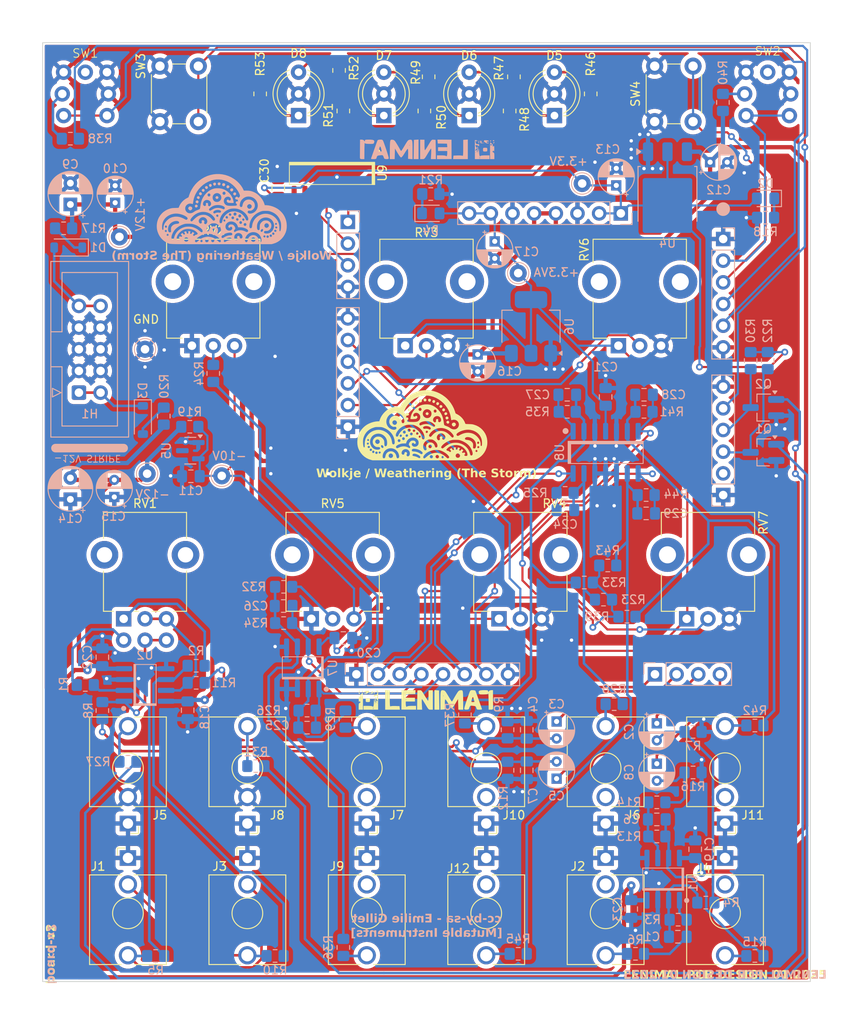
<source format=kicad_pcb>
(kicad_pcb (version 20240108) (generator "pcbnew") (generator_version "8.0")
  (layers (0 "F.Cu" signal) (31 "B.Cu" signal) (34 "B.Paste" user) (35 "F.Paste" user) (36 "B.SilkS" user "B.Silkscreen") (37 "F.SilkS" user "F.Silkscreen") (38 "B.Mask" user) (39 "F.Mask" user) (44 "Edge.Cuts" user))
  (net 0 "")
  (net 1 "+12V")
  (net 2 "GNDREF")
  (net 3 "-12V")
  (net 4 "Net-(D1-K)")
  (net 5 "Net-(D2-K)")
  (net 6 "-10V")
  (net 7 "Net-(D1-A)")
  (net 8 "+3.3V")
  (net 9 "+3.3VA")
  (net 10 "/inputs/V{slash}OCT")
  (net 11 "/inputs/POSITION")
  (net 12 "/inputs/DENSITY")
  (net 13 "Net-(U7A--)")
  (net 14 "Net-(U7B--)")
  (net 15 "/inputs/SIZE_CV")
  (net 16 "/inputs/BLEND_CV")
  (net 17 "/inputs/TEXTURE_CV")
  (net 18 "/inputs/PLAY_TRIGGER")
  (net 19 "/inputs/SIZE")
  (net 20 "Net-(D3-A)")
  (net 21 "Net-(D4-K)")
  (net 22 "Net-(D6-A1)")
  (net 23 "Net-(D6-A2)")
  (net 24 "Net-(D7-A2)")
  (net 25 "Net-(D7-A1)")
  (net 26 "Net-(D8-A2)")
  (net 27 "Net-(D8-A1)")
  (net 28 "/inputs/TEXTURE")
  (net 29 "/inputs/PITCH")
  (net 31 "Net-(J9-PadT)")
  (net 32 "Net-(J10-PadT)")
  (net 34 "Net-(J12-PadT)")
  (net 36 "Net-(Q1-B)")
  (net 37 "Net-(Q2-B)")
  (net 38 "/inputs/BLEND")
  (net 39 "/inputs/SW_LOAD")
  (net 40 "/inputs/SW_MODE")
  (net 41 "/led_driver/CLK")
  (net 42 "/led_driver/SER")
  (net 43 "/led_driver/ENABLE")
  (net 44 "/inputs/FREEZE_LED")
  (net 45 "/inputs/SW_FREEZE")
  (net 46 "/inputs/SW_RESERVED")
  (net 47 "Net-(C3-Pad2)")
  (net 48 "Net-(U2A--)")
  (net 49 "Net-(U2B--)")
  (net 50 "Net-(C8-Pad2)")
  (net 51 "Net-(D3-K)")
  (net 52 "Net-(D5-A1)")
  (net 53 "Net-(D5-A2)")
  (net 54 "Net-(J1-PadT)")
  (net 55 "Net-(J1-PadTN)")
  (net 57 "Net-(J4-PadT)")
  (net 58 "Net-(U1A--)")
  (net 59 "Net-(R1-Pad2)")
  (net 60 "Net-(U1B--)")
  (net 61 "Net-(R2-Pad2)")
  (net 62 "Net-(J8-PadT)")
  (net 63 "Net-(J11-PadT)")
  (net 64 "Net-(C1-Pad1)")
  (net 65 "Net-(U3-OUT_L)")
  (net 66 "Net-(C2-Pad2)")
  (net 67 "Net-(U3-IN_L)")
  (net 68 "Net-(U3-IN_R)")
  (net 69 "Net-(C5-Pad2)")
  (net 70 "Net-(C6-Pad1)")
  (net 71 "Net-(U3-OUT_R)")
  (net 72 "Net-(U8D--)")
  (net 73 "Net-(U8C--)")
  (net 74 "Net-(U8A--)")
  (net 75 "Net-(U8B--)")
  (net 76 "Net-(J2-PadT)")
  (net 78 "Net-(J5-PadT)")
  (net 79 "Net-(J6-PadT)")
  (net 81 "Net-(J7-PadT)")
  (net 84 "Net-(R8-Pad1)")
  (net 85 "Net-(R11-Pad1)")
  (net 86 "Net-(R24-Pad1)")
  (net 87 "Net-(R32-Pad1)")
  (net 88 "Net-(R38-Pad1)")
  (net 89 "Net-(R40-Pad1)")
  (net 90 "Net-(U9-QA)")
  (net 91 "Net-(U9-QB)")
  (net 92 "Net-(U9-QC)")
  (net 93 "Net-(U9-QD)")
  (net 94 "Net-(U9-QE)")
  (net 95 "Net-(U9-QF)")
  (net 96 "Net-(U9-QG)")
  (net 97 "Net-(U9-QH)")
  (net 101 "/inputs/FREEZE_TRIGGER")
  (footprint "Resistor_SMD:R_0805_2012Metric_Pad1.20x1.40mm_HandSolder" (layer "F.Cu") (at 114.25 56 90)
    (property "Reference" "R46")
    (property "Value" "680R")
  )
  (footprint "Synth:Potentiometer_TT_P0915N" (layer "F.Cu") (at 95 78)
    (property "Reference" "RV3")
    (property "Value" "B10K")
  )
  (footprint "Synth:Jack_3.5mm_QingPu_WQP-PJ398SM_Vertical_CircularHoles" (layer "F.Cu") (at 74 152)
    (property "Reference" "J3")
    (property "Value" "IN_R")
  )
  (footprint "Resistor_SMD:R_0805_2012Metric_Pad1.20x1.40mm_HandSolder" (layer "F.Cu") (at 84.75 53.25 90)
    (property "Reference" "R52")
    (property "Value" "680R")
  )
  (footprint "Synth:Potentiometer_TT_P0915N" (layer "F.Cu") (at 106 110)
    (property "Reference" "RV4")
    (property "Value" "B10K")
  )
  (footprint "Synth:Jack_3.5mm_QingPu_WQP-PJ398SM_Vertical_CircularHoles" (layer "F.Cu") (at 60 135 180)
    (property "Reference" "J5")
    (property "Value" "FREEZE_IN")
  )
  (footprint "Synth:lenimal_logo_full" (layer "F.Cu") (at 95 127)
    (property "Reference" "G***" (hide yes))
    (property "Value" "LOGO" (hide yes))
  )
  (footprint "Resistor_SMD:R_0805_2012Metric_Pad1.20x1.40mm_HandSolder" (layer "F.Cu") (at 85.25 58 90)
    (property "Reference" "R51")
    (property "Value" "680R")
  )
  (footprint "Synth:Potentiometer_TT_P0915N" (layer "F.Cu") (at 120 78)
    (property "Reference" "RV6")
    (property "Value" "B10K")
  )
  (footprint "Synth:Potentiometer_TT_P0915N" (layer "F.Cu") (at 128 110)
    (property "Reference" "RV7")
    (property "Value" "B10K")
  )
  (footprint "Synth:LED_D5.0mm-3_DUAL" (layer "F.Cu") (at 100 56 90)
    (property "Reference" "D6")
    (property "Value" "LED_3")
  )
  (footprint "Synth:Jack_3.5mm_QingPu_WQP-PJ398SM_Vertical_CircularHoles" (layer "F.Cu") (at 130 152)
    (property "Reference" "J4")
    (property "Value" "OUT_R")
  )
  (footprint "Resistor_SMD:R_0805_2012Metric_Pad1.20x1.40mm_HandSolder" (layer "F.Cu") (at 75.5 56 90)
    (property "Reference" "R53")
    (property "Value" "680R")
  )
  (footprint "Capacitor_SMD:C_0805_2012Metric_Pad1.18x1.45mm_HandSolder" (layer "F.Cu") (at 77.62 67.025 -90)
    (property "Reference" "C30")
    (property "Value" "100nF")
  )
  (footprint "Synth:Jack_3.5mm_QingPu_WQP-PJ398SM_Vertical_CircularHoles" (layer "F.Cu") (at 116 152)
    (property "Reference" "J2")
    (property "Value" "OUT_L")
  )
  (footprint "Resistor_SMD:R_0805_2012Metric_Pad1.20x1.40mm_HandSolder" (layer "F.Cu") (at 104.75 58 90)
    (property "Reference" "R48")
    (property "Value" "680R")
  )
  (footprint "Synth:Jack_3.5mm_QingPu_WQP-PJ398SM_Vertical_CircularHoles" (layer "F.Cu") (at 130 135 180)
    (property "Reference" "J11")
    (property "Value" "BLEND_IN")
  )
  (footprint "Synth:LED_D5.0mm-3_DUAL" (layer "F.Cu") (at 80 56 90)
    (property "Reference" "D8")
    (property "Value" "LED_1")
  )
  (footprint "Synth:ML6-H2T2GQA" (layer "F.Cu") (at 135 56)
    (property "Reference" "SW2")
    (property "Value" "SW_ML6")
  )
  (footprint "Synth:SW_PUSH_6mm" (layer "F.Cu") (at 66 56 90)
    (property "Reference" "SW3")
    (property "Value" "SW_RESEVERD")
  )
  (footprint "Resistor_SMD:R_0805_2012Metric_Pad1.20x1.40mm_HandSolder" (layer "F.Cu") (at 105.25 54 90)
    (property "Reference" "R47")
    (property "Value" "680R")
  )
  (footprint "Synth:Potentiometer_TT_P0915N" (layer "F.Cu") (at 84 110)
    (property "Reference" "RV5")
    (property "Value" "B10K")
  )
  (footprint "Synth:SW_PUSH_6mm" (layer "F.Cu") (at 124 56 90)
    (property "Reference" "SW4")
    (property "Value" "SW_MODE")
  )
  (footprint "Synth:Potentiometer_Alpha_RD902F" (layer "F.Cu") (at 62 110)
    (property "Reference" "RV1")
    (property "Value" "A50K")
  )
  (footprint "Synth:Jack_3.5mm_QingPu_WQP-PJ398SM_Vertical_CircularHoles" (layer "F.Cu") (at 88 135 180)
    (property "Reference" "J7")
    (property "Value" "POSITION_IN")
  )
  (footprint "Synth:Jack_3.5mm_QingPu_WQP-PJ398SM_Vertical_CircularHoles" (layer "F.Cu") (at 102 135 180)
    (property "Reference" "J10")
    (property "Value" "SIZE_IN")
  )
  (footprint "synth-gfx:wolkje" (layer "F.Cu") (at 95 97.5)
    (property "Reference" "G***")
    (property "Value" "LOGO" (hide yes))
  )
  (footprint "Resistor_SMD:R_0805_2012Metric_Pad1.20x1.40mm_HandSolder" (layer "F.Cu") (at 95.25 54 90)
    (property "Reference" "R49")
    (property "Value" "680R")
  )
  (footprint "Synth:Jack_3.5mm_QingPu_WQP-PJ398SM_Vertical_CircularHoles" (layer "F.Cu") (at 88 152)
    (property "Reference" "J9")
    (property "Value" "DENSITY_IN")
  )
  (footprint "Synth:LED_D5.0mm-3_DUAL" (layer "F.Cu") (at 90 56 90)
    (property "Reference" "D7")
    (property "Value" "LED_2")
  )
  (footprint "Synth:Potentiometer_TT_P0915N" (layer "F.Cu") (at 70 78)
    (property "Reference" "RV2")
    (property "Value" "B10K")
  )
  (footprint "Synth:Jack_3.5mm_QingPu_WQP-PJ398SM_Vertical_CircularHoles" (layer "F.Cu") (at 60 152)
    (property "Reference" "J1")
    (property "Value" "IN_L")
  )
  (footprint "Synth:Jack_3.5mm_QingPu_WQP-PJ398SM_Vertical_CircularHoles" (layer "F.Cu") (at 116 135 180)
    (property "Reference" "J6")
    (property "Value" "V/OCT_IN")
  )
  (footprint "Synth:ML6-H2T2GQA" (layer "F.Cu") (at 55 56)
    (property "Reference" "SW1")
    (property "Value" "SW_ML6")
  )
  (footprint "Synth:Jack_3.5mm_QingPu_WQP-PJ398SM_Vertical_CircularHoles" (layer "F.Cu") (at 102 152)
    (property "Reference" "J12")
    (property "Value" "TEXTURE_IN")
  )
  (footprint "Synth:SOIC-16" (layer "F.Cu") (at 83.925 65.275 -90)
    (property "Reference" "U9")
    (property "Value" "74HC595")
  )
  (footprint "Synth:Jack_3.5mm_QingPu_WQP-PJ398SM_Vertical_CircularHoles" (layer "F.Cu") (at 74 135 180)
    (property "Reference" "J8")
    (property "Value" "TRIGGER_IN")
  )
  (footprint "Synth:LED_D5.0mm-3_DUAL" (layer "F.Cu") (at 110 56 90)
    (property "Reference" "D5")
    (property "Value" "LED_4")
  )
  (footprint "Resistor_SMD:R_0805_2012Metric_Pad1.20x1.40mm_HandSolder" (layer "F.Cu") (at 94.75 58 90)
    (property "Reference" "R50")
    (property "Value" "680R")
  )
  (footprint "Connector_Pin:Pin_D1.0mm_L10.0mm" (layer "B.Cu") (at 62.25 100.5 -90)
    (property "Reference" "TP5" (hide yes))
    (property "Value" "-12V")
  )
  (footprint "Resistor_SMD:R_0805_2012Metric_Pad1.20x1.40mm_HandSolder" (layer "B.Cu") (at 126.25 135.5)
    (property "Reference" "R16")
    (property "Value" "39K")
  )
  (footprint "Capacitor_SMD:C_0805_2012Metric_Pad1.18x1.45mm_HandSolder" (layer "B.Cu") (at 81 130.25 180)
    (property "Reference" "C25")
    (property "Value" "1nF")
  )
  (footprint "Resistor_SMD:R_0805_2012Metric_Pad1.20x1.40mm_HandSolder" (layer "B.Cu") (at 124.5 152.75)
    (property "Reference" "R3")
    (property "Value" "39K")
  )
  (footprint "Capacitor_SMD:C_0805_2012Metric_Pad1.18x1.45mm_HandSolder" (layer "B.Cu") (at 116 91.5 90)
    (property "Reference" "C21")
    (property "Value" "100nF")
  )
  (footprint "mcu-pack:wolkje-brain" (layer "B.Cu") (at 107.78 97 180)
    (property "Reference" "U3")
    (property "Value" "~")
  )
  (footprint "Resistor_SMD:R_0805_2012Metric_Pad1.20x1.40mm_HandSolder" (layer "B.Cu") (at 99.5 128.75 90)
    (property "Reference" "R37")
    (property "Value" "100K")
  )
  (footprint "Synth:SOIC-8" (layer "B.Cu") (at 62 125.25)
    (property "Reference" "U2")
    (property "Value" "TL072")
  )
  (footprint "Diode_SMD:D_SOD-123" (layer "B.Cu") (at 53 74 180)
    (property "Reference" "D1")
    (property "Value" "1N5819")
  )
  (footprint "Capacitor_SMD:C_0805_2012Metric_Pad1.18x1.45mm_HandSolder" (layer "B.Cu") (at 120.75 105.15 180)
    (property "Reference" "C29")
    (property "Value" "1nF")
  )
  (footprint "Connector_Pin:Pin_D1.0mm_L10.0mm" (layer "B.Cu") (at 71 100.75 180)
    (property "Reference" "TP3" (hide yes))
    (property "Value" "-10V")
  )
  (footprint "Resistor_SMD:R_0805_2012Metric_Pad1.20x1.40mm_HandSolder" (layer "B.Cu") (at 55 125.25 180)
    (property "Reference" "R1")
    (property "Value" "3K3")
  )
  (footprint "Resistor_SMD:R_0805_2012Metric_Pad1.20x1.40mm_HandSolder" (layer "B.Cu") (at 127.75 150.75)
    (property "Reference" "R4")
    (property "Value" "5K6")
  )
  (footprint "Resistor_SMD:R_0805_2012Metric_Pad1.20x1.40mm_HandSolder" (layer "B.Cu") (at 133.5 130)
    (property "Reference" "R42")
    (property "Value" "100K")
  )
  (footprint "Resistor_SMD:R_0805_2012Metric_Pad1.20x1.40mm_HandSolder" (layer "B.Cu") (at 122 139)
    (property "Reference" "R14")
    (property "Value" "5K6")
  )
  (footprint "Resistor_SMD:R_0805_2012Metric_Pad1.20x1.40mm_HandSolder" (layer "B.Cu") (at 119.5 156.75 180)
    (property "Reference" "R6")
    (property "Value" "1K")
  )
  (footprint "Resistor_SMD:R_0805_2012Metric_Pad1.20x1.40mm_HandSolder" (layer "B.Cu") (at 70 88.75 -90)
    (property "Reference" "R24")
    (property "Value" "200K")
  )
  (footprint "Resistor_SMD:R_0805_2012Metric_Pad1.20x1.40mm_HandSolder" (layer "B.Cu") (at 134.75 70.5)
    (property "Reference" "R18")
    (property "Value" "2K")
  )
  (footprint "Capacitor_THT:CP_Radial_D4.0mm_P2.00mm" (layer "B.Cu") (at 117.25 66.7226 90)
    (property "Reference" "C13")
    (property "Value" "10uF")
  )
  (footprint "Capacitor_THT:CP_Radial_D4.0mm_P2.00mm" (layer "B.Cu") (at 58.5 68.75 90)
    (property "Reference" "C10")
    (property "Value" "100nF")
  )
  (footprint "Package_TO_SOT_SMD:SOT-223-3_TabPin2" (layer "B.Cu") (at 107.25 83.25 90)
    (property "Reference" "U6")
    (property "Value" "LM1117-3.3")
  )
  (footprint "Resistor_SMD:R_0805_2012Metric_Pad1.20x1.40mm_HandSolder" (layer "B.Cu") (at 120.5 93.25)
    (property "Reference" "R41")
    (property "Value" "33K")
  )
  (footprint "Connector_Pin:Pin_D1.0mm_L10.0mm" (layer "B.Cu") (at 62 85.92 -90)
    (property "Reference" "TP1" (hide yes))
    (property "Value" "GND")
  )
  (footprint "Resistor_SMD:R_0805_2012Metric_Pad1.20x1.40mm_HandSolder" (layer "B.Cu") (at 122 143)
    (property "Reference" "R13")
    (property "Value" "39K")
  )
  (footprint "Resistor_SMD:R_0805_2012Metric_Pad1.20x1.40mm_HandSolder" (layer "B.Cu") (at 117 127.5)
    (property "Reference" "R28")
    (property "Value" "100K")
  )
  (footprint "Capacitor_SMD:C_0805_2012Metric_Pad1.18x1.45mm_HandSolder" (layer "B.Cu") (at 122 141 180)
    (property "Reference" "C6")
    (property "Value" "18pF")
  )
  (footprint "Capacitor_SMD:C_0805_2012Metric_Pad1.18x1.45mm_HandSolder" (layer "B.Cu") (at 119 151.5 90)
    (property "Reference" "C23")
    (property "Value" "100nF")
  )
  (footprint "Capacitor_THT:CP_Radial_D4.0mm_P2.00mm" (layer "B.Cu") (at 58.4 103.2226 90)
    (property "Reference" "C15")
    (property "Value" "100nF")
  )
  (footprint "Connector_Pin:Pin_D1.0mm_L10.0mm" (layer "B.Cu") (at 59 72.75 -90)
    (property "Reference" "TP4" (hide yes))
    (property "Value" "+12V")
  )
  (footprint "Resistor_SMD:R_0805_2012Metric_Pad1.20x1.40mm_HandSolder" (layer "B.Cu") (at 64.2 93.75 -90)
    (property "Reference" "R20")
    (property "Value" "10R")
  )
  (footprint "synth-gfx:wolkje" (layer "B.Cu") (at 70.509847 72.178211 180)
    (property "Reference" "G***")
    (property "Value" "LOGO" (hide yes))
  )
  (footprint "Resistor_SMD:R_0805_2012Metric_Pad1.20x1.40mm_HandSolder" (layer "B.Cu") (at 104.5 130.5 -90)
    (property "Reference" "R9")
    (property "Value" "5K6")
  )
  (footprint "Resistor_SMD:R_0805_2012Metric_Pad1.20x1.40mm_HandSolder" (layer "B.Cu") (at 85.25 156 90)
    (property "Reference" "R36")
    (property "Value" "100K")
  )
  (footprint "Synth:SOIC-14" (layer "B.Cu") (at 116 98 -90)
    (property "Reference" "U8")
    (property "Value" "MCP6004")
  )
  (footprint "Capacitor_THT:CP_Radial_D4.0mm_P2.00mm" (layer "B.Cu") (at 101 86.527401 -90)
    (property "Reference" "C16")
    (property "Value" "10uF")
  )
  (footprint "Synth:lenimal_logo_full" (layer "B.Cu") (at 95 62.5 180)
    (property "Reference" "G***" (hide yes))
    (property "Value" "LOGO" (hide yes))
  )
  (footprint "Package_TO_SOT_SMD:SOT-23_Handsoldering" (layer "B.Cu") (at 134.5 92.75 180)
    (property "Reference" "Q2")
    (property "Value" "MMBT3904")
  )
  (footprint "Synth:SOIC-8" (layer "B.Cu") (at 80.5 123.25 90)
    (property "Reference" "U7")
    (property "Value" "MCP6002")
  )
  (footprint "Resistor_SMD:R_0805_2012Metric_Pad1.20x1.40mm_HandSolder" (layer "B.Cu") (at 116.25 111.25)
    (property "Reference" "R43")
    (property "Value" "200K")
  )
  (footprint "Resistor_SMD:R_0805_2012Metric_Pad1.20x1.40mm_HandSolder" (layer "B.Cu") (at 118.5 117.25)
    (property "Reference" "R39")
    (property "Value" "200K")
  )
  (footprint "LED_SMD:LED_0805_2012Metric_Pad1.15x1.40mm_HandSolder" (layer "B.Cu") (at 95.5 70)
    (property "Reference" "D4")
    (property "Value" "LED")
  )
  (footprint "Resistor_SMD:R_0805_2012Metric_Pad1.20x1.40mm_HandSolder" (layer "B.Cu") (at 135 87.25 90)
    (property "Reference" "R22")
    (property "Value" "10K")
  )
  (footprint "Resistor_SMD:R_0805_2012Metric_Pad1.20x1.40mm_HandSolder" (layer "B.Cu") (at 113.5 113.25 180)
    (property "Reference" "R33")
    (property "Value" "200K")
  )
  (footprint "Connector_Pin:Pin_D1.0mm_L10.0mm" (layer "B.Cu") (at 113.25 66.5 180)
    (property "Reference" "TP2" (hide yes))
    (property "Value" "+3.3V")
  )
  (footprint "Capacitor_SMD:C_0805_2012Metric_Pad1.18x1.45mm_HandSolder" (layer "B.Cu") (at 106.75 135.25 90)
    (property "Reference" "C7")
    (property "Value" "220pF")
  )
  (footprint "Capacitor_THT:CP_Radial_D4.0mm_P2.00mm" (layer "B.Cu") (at 122 134.472599 -90)
    (property "Reference" "C8")
    (property "Value" "10uF")
  )
  (footprint "Capacitor_SMD:C_0805_2012Metric_Pad1.18x1.45mm_HandSolder" (layer "B.Cu") (at 124.4625 154.75 180)
    (property "Reference" "C1")
    (property "Value" "18pF")
  )
  (footprint "Resistor_SMD:R_0805_2012Metric_Pad1.20x1.40mm_HandSolder" (layer "B.Cu") (at 68 123)
    (property "Reference" "R2")
    (property "Value" "3K3")
  )
  (footprint "Synth:SOIC-8" (layer "B.Cu") (at 122.75 148 90)
    (property "Reference" "U1")
    (property "Value" "TL072")
  )
  (footprint "Resistor_SMD:R_0805_2012Metric_Pad1.20x1.40mm_HandSolder" (layer "B.Cu") (at 133 87.25 90)
    (property "Reference" "R30")
    (property "Value" "10K")
  )
  (footprint "Resistor_SMD:R_0805_2012Metric_Pad1.20x1.40mm_HandSolder" (layer "B.Cu") (at 133.5 157 180)
    (property "Reference" "R15")
    (property "Value" "1K")
  )
  (footprint "Resistor_SMD:R_0805_2012Metric_Pad1.20x1.40mm_HandSolder" (layer "B.Cu") (at 53.25 61.25)
    (property "Reference" "R38")
    (property "Value" "2K")
  )
  (footprint "Resistor_SMD:R_0805_2012Metric_Pad1.20x1.40mm_HandSolder" (layer "B.Cu") (at 78.25 118)
    (property "Reference" "R34")
    (property "Value" "66.5K")
  )
  (footprint "Capacitor_SMD:C_0805_2012Metric_Pad1.18x1.45mm_HandSolder" (layer "B.Cu") (at 67 128.2125 -90)
    (property "Reference" "C18")
    (property "Value" "100nF")
  )
  (footprint "Capacitor_SMD:C_0805_2012Metric_Pad1.18x1.45mm_HandSolder" (layer "B.Cu") (at 85.25 119.75)
    (property "Reference" "C20")
    (property "Value" "100nF")
  )
  (footprint "Resistor_SMD:R_0805_2012Metric_Pad1.20x1.40mm_HandSolder" (layer "B.Cu") (at 78.25 113.75 180)
    (property "Reference" "R32")
    (property "Value" "200K")
  )
  (footprint "LED_SMD:LED_0805_2012Metric_Pad1.15x1.40mm_HandSolder" (layer "B.Cu") (at 134.75 68.25 180)
    (property "Reference" "D2")
    (property "Value" "LED")
  )
  (footprint "Resistor_SMD:R_0805_2012Metric_Pad1.20x1.40mm_HandSolder" (layer "B.Cu") (at 120.75 103)
    (property "Reference" "R44")
    (property "Value" "66.5K")
  )
  (footprint "Resistor_SMD:R_0805_2012Metric_Pad1.20x1.40mm_HandSolder" (layer "B.Cu") (at 63.25 157)
    (property "Reference" "R5")
    (property "Value" "22K")
  )
  (footprint "Synth:IDC-Header_2x05_P2.54mm_Vertical" (layer "B.Cu") (at 54.25 91)
    (property "Reference" "H1")
    (property "Value" "Conn_02x05_PWR_Eurorack")
  )
  (footprint "Diode_SMD:D_SOD-123" (layer "B.Cu") (at 61.75 94.205 -90)
    (property "Reference" "D3")
    (property "Value" "1N5819")
  )
  (footprint "Resistor_SMD:R_0805_2012Metric_Pad1.20x1.40mm_HandSolder" (layer "B.Cu") (at 81 128.25)
    (property "Reference" "R26")
    (property "Value" "66.5K")
  )
  (footprint "Capacitor_SMD:C_0805_2012Metric_Pad1.18x1.45mm_HandSolder" (layer "B.Cu") (at 67.375 100.8)
    (property "Reference" "C11")
    (property "Value" "100nF")
  )
  (footprint "Capacitor_SMD:C_0805_2012Metric_Pad1.18x1.45mm_HandSolder" (layer "B.Cu") (at 111.2875 104.75)
    (property "Reference" "C24")
    (property "Value" "1nF")
  )
  (footprint "Resistor_SMD:R_0805_2012Metric_Pad1.20x1.40mm_HandSolder" (layer "B.Cu") (at 85.5 129.25 90)
    (property "Reference" "R29")
    (property "Value" "100K")
  )
  (footprint "Capacitor_SMD:C_0805_2012Metric_Pad1.18x1.45mm_HandSolder" (layer "B.Cu") (at 78.25 116 180)
    (property "Reference" "C26")
    (property "Value" "1nF")
  )
  (footprint "Resistor_SMD:R_0805_2012Metric_Pad1.20x1.40mm_HandSolder" (layer "B.Cu") (at 60 134.25 180)
    (property "Reference" "R27")
    (property "Value" "100K")
  )
  (footprint "Capacitor_THT:CP_Radial_D4.0mm_P2.00mm" (layer "B.Cu") (at 128.25 64)
    (property "Reference" "C12")
    (property "Value" "10uF")
  )
  (footprint "Resistor_SMD:R_0805_2012Metric_Pad1.20x1.40mm_HandSolder" (layer "B.Cu") (at 77.25 157)
    (property "Reference" "R10")
    (property "Value" "22K")
  )
  (footprint "Resistor_SMD:R_0805_2012Metric_Pad1.20x1.40mm_HandSolder" (layer "B.Cu") (at 75 134.75 180)
    (property "Reference" "R31")
    (property "Value" "100K")
  )
  (footprint "Package_TO_SOT_SMD:SOT-23" (layer "B.Cu") (at 67.3125 97.8 180)
    (property "Reference" "U5")
    (property "Value" "LM4040DBZ-10")
  )
  (footprint "Package_TO_SOT_SMD:TO-252-3_TabPin2" (layer "B.Cu") (at 123.25 67.815 -90)
    (property "Reference" "U4")
    (property "Value" "LM1117-3.3")
  )
  (footprint "Connector_Pin:Pin_D1.0mm_L10.0mm" (layer "B.Cu") (at 105.75 77 180)
    (property "Reference" "TP6" (hide yes))
    (property "Value" "+3.3VA")
  )
  (footprint "Resistor_SMD:R_0805_2012Metric_Pad1.20x1.40mm_HandSolder" (layer "B.Cu") (at 67.25 95)
    (property "Reference" "R19")
    (property "Value" "470R")
  )
  (footprint "Resistor_SMD:R_0805_2012Metric_Pad1.20x1.40mm_HandSolder" (layer "B.Cu") (at 129.75 57 -90)
    (property "Reference" "R40")
    (property "Value" "2K")
  )
  (footprint "Capacitor_THT:CP_Radial_D4.0mm_P2.00mm" (layer "B.Cu") (at 110.25 136.2226 90)
    (property "Reference" "C5")
    (property "Value" "10uF")
  )
  (footprint "Capacitor_SMD:C_0805_2012Metric_Pad1.18x1.45mm_HandSolder" (layer "B.Cu") (at 126.5 144.5 90)
    (property "Reference" "C19")
    (property "Value" "100nF")
  )
  (footprint "Resistor_SMD:R_0805_2012Metric_Pad1.20x1.40mm_HandSolder" (layer "B.Cu") (at 115.75 115.25 180)
    (property "Reference" "R23")
    (property "Value" "180K")
  )
  (footprint "Capacitor_THT:CP_Radial_D5.0mm_P2.50mm" (layer "B.Cu") (at 53.25 103.5 90)
    (property "Reference" "C14")
    (property "Value" "47uF")
  )
  (footprint "Resistor_SMD:R_0805_2012Metric_Pad1.20x1.40mm_HandSolder" (layer "B.Cu") (at 111.5 93.25 180)
    (property "Reference" "R35")
    (property "Value" "33K")
  )
  (footprint "Resistor_SMD:R_0805_2012Metric_Pad1.20x1.40mm_HandSolder" (layer "B.Cu") (at 52.455 71.75)
    (property "Reference" "R17")
    (property "Value" "10R")
  )
  (footprint "Capacitor_SMD:C_0805_2012Metric_Pad1.18x1.45mm_HandSolder" (layer "B.Cu") (at 57 122 -90)
    (property "Reference" "C22")
    (property "Value" "100nF")
  )
  (footprint "Capacitor_THT:CP_Radial_D5.0mm_P2.50mm" (layer "B.Cu") (at 53.25 68.955113 90)
    (property "Reference" "C9")
    (property "Value" "47uF")
  )
  (footprint "Resistor_SMD:R_0805_2012Metric_Pad1.20x1.40mm_HandSolder" (layer "B.Cu") (at 111.25 102.75 180)
    (property "Reference" "R25")
    (property "Value" "47K")
  )
  (footprint "Capacitor_THT:CP_Radial_D4.0mm_P2.00mm" (layer "B.Cu") (at 103 73.277401 -90)
    (property "Reference" "C17")
    (property "Value" "10uF")
  )
  (footprint "Resistor_SMD:R_0805_2012Metric_Pad1.20x1.40mm_HandSolder" (layer "B.Cu") (at 68 125)
    (property "Reference" "R11")
    (property "Value" "5K6")
  )
  (footprint "Resistor_SMD:R_0805_2012Metric_Pad1.20x1.40mm_HandSolder" (layer "B.Cu") (at 95.5 67.735 180)
    (property "Reference" "R21")
    (property "Value" "2K")
  )
  (footprint "Capacitor_THT:CP_Radial_D4.0mm_P2.00mm" (layer "B.Cu") (at 122 129.75 -90)
    (property "Reference" "C2")
    (property "Value" "10uF")
  )
  (footprint "Capacitor_SMD:C_0805_2012Metric_Pad1.18x1.45mm_HandSolder" (layer "B.Cu") (at 120.5 91.25 180)
    (property "Reference" "C28")
    (property "Value" "1nF")
  )
  (footprint "Capacitor_SMD:C_0805_2012Metric_Pad1.18x1.45mm_HandSolder" (layer "B.Cu") (at 111.5 91.25)
    (property "Reference" "C27")
    (property "Value" "1nF")
  )
  (footprint "Package_TO_SOT_SMD:SOT-23_Handsoldering" (layer "B.Cu") (at 134.5 98 180)
    (property "Reference" "Q1")
    (property "Value" "MMBT3904")
  )
  (footprint "Resistor_SMD:R_0805_2012Metric_Pad1.20x1.40mm_HandSolder" (layer "B.Cu") (at 57 128.25 -90)
    (property "Reference" "R8")
    (property "Value" "5K6")
  )
  (footprint "Capacitor_SMD:C_0805_2012Metric_Pad1.18x1.45mm_HandSolder" (layer "B.Cu") (at 106.75 130.5 -90)
    (property "Reference" "C4")
    (property "Value" "220pF")
  )
  (footprint "Resistor_SMD:R_0805_2012Metric_Pad1.20x1.40mm_HandSolder" (layer "B.Cu") (at 105.75 156.75)
    (property "Reference" "R45")
    (property "Value" "100K")
  )
  (footprint "Capacitor_THT:CP_Radial_D4.0mm_P2.00mm" (layer "B.Cu") (at 110.25 129.527401 -90)
    (property "Reference" "C3")
    (property "Value" "10uF")
  )
  (footprint "Resistor_SMD:R_0805_2012Metric_Pad1.20x1.40mm_HandSolder" (layer "B.Cu") (at 104.5 135.25 90)
    (property "Reference" "R12")
    (property "Value" "5K6")
  )
  (footprint "Resistor_SMD:R_0805_2012Metric_Pad1.20x1.40mm_HandSolder" (layer "B.Cu") (at 126.25 130.75)
    (property "Reference" "R7")
    (property "Value" "39K")
  )
  (gr_rect (start 50 50) (end 140 160) (stroke (width 0.1)) (fill none) (layer "Edge.Cuts"))
  (gr_text "+3.3VA" (at 113 77.5 -0) (layer "B.SilkS") (effects (font (size 1 1)) (justify left bottom mirror)))
  (gr_text "+3.3V" (at 114 64.5 -0) (layer "B.SilkS") (effects (font (size 1 1)) (justify left bottom mirror)))
  (gr_text "-12V" (at 65 103.5 -0) (layer "B.SilkS") (effects (font (size 1 1)) (justify left bottom mirror)))
  (gr_text "LENIMAL PCB DESIGN 01.2025" (at 130 159.25 -0) (layer "B.SilkS") (effects (font (size 1 1)) (justify mirror)))
  (gr_text "Wolkje / Weathering (The Storm)" (at 71 75 -0) (layer "B.SilkS") (effects (font (size 1 1)) (justify mirror)))
  (gr_text "board-v2" (at 51 156.75 -90) (layer "B.SilkS") (effects (font (size 1 1)) (justify mirror)))
  (gr_text "-10V" (at 74 99 -0) (layer "B.SilkS") (effects (font (size 1 1)) (justify left bottom mirror)))
  (gr_text "+12V" (at 62.025904 67.994421 90) (layer "B.SilkS") (effects (font (size 1 1)) (justify left bottom mirror)))
  (gr_text "cc-by-sa - Emilie Gillet\n[Mutable Instruments]" (at 95 153.5 0) (layer "B.SilkS") (effects (font (size 1 1)) (justify mirror)))
  (gr_text "Wolkje / Weathering (The Storm)" (at 95 100.5 0) (layer "F.SilkS") (effects (font (size 1 1))))
  (gr_text "LENIMAL PCB DESIGN 01.2025" (at 130 159.25 0) (layer "F.SilkS") (effects (font (size 1 1))))
  (gr_text "board-v2" (at 51 156.75 90) (layer "F.SilkS") (effects (font (size 1 1))))
  (gr_text "GND" (at 60.5 83 0) (layer "F.SilkS") (effects (font (size 1 1)) (justify left bottom)))
  (segment (start 59 72.75) (end 75.5 72.75) (width 0.5) (layer "F.Cu") (net 1))
  (segment (start 107.62 70) (end 110.16 70) (width 0.5) (layer "F.Cu") (net 1))
  (segment (start 86.25 99) (end 98.722599 86.527401) (width 0.5) (layer "F.Cu") (net 1))
  (segment (start 102.75 84.777401) (end 102.75 77.75) (width 0.5) (layer "F.Cu") (net 1))
  (segment (start 98.722599 86.527401) (end 101 86.527401) (width 0.5) (layer "F.Cu") (net 1))
  (segment (start 128.25 64) (end 128.25 67.75) (width 0.5) (layer "F.Cu") (net 1))
  (segment (start 69.9 121.1) (end 69.9 126.1) (width 0.5) (layer "F.Cu") (net 1))
  (segment (start 111.75 73.25) (end 110.16 71.66) (width 0.5) (layer "F.Cu") (net 1))
  (segment (start 74.5 116.5) (end 69.9 121.1) (width 0.5) (layer "F.Cu") (net 1))
  (segment (start 74.5 87.5) (end 74.5 97.75) (width 0.5) (layer "F.Cu") (net 1))
  (segment (start 69.9 126.1) (end 69 127) (width 0.5) (layer "F.Cu") (net 1))
  (segment (start 53.25 68.955113) (end 58.294887 68.955113) (width 0.5) (layer "F.Cu") (net 1))
  (segment (start 122.75 73.25) (end 111.75 73.25) (width 0.5) (layer "F.Cu") (net 1))
  (segment (start 58.5 72.25) (end 59 72.75) (width 0.5) (layer "F.Cu") (net 1))
  (segment (start 75.5 72.75) (end 77.75 75) (width 0.5) (layer "F.Cu") (net 1))
  (segment (start 137.75 62.25) (end 139.5 64) (width 0.5) (layer "F.Cu") (net 1))
  (segment (start 77.75 84.25) (end 74.5 87.5) (width 0.5) (layer "F.Cu") (net 1))
  (segment (start 139.5 141.75) (end 134.145 147.105) (width 0.5) (layer "F.Cu") (net 1))
  (segment (start 110.16 71.66) (end 110.16 70) (width 0.5) (layer "F.Cu") (net 1))
  (segment (start 134.145 147.105) (end 127.395 147.105) (width 0.5) (layer "F.Cu") (net 1))
  (segment (start 75.75 99) (end 86.25 99) (width 0.5) (layer "F.Cu") (net 1))
  (segment (start 102.75 77.75) (end 107.62 72.88) (width 0.5) (layer "F.Cu") (net 1))
  (segment (start 128.25 64) (end 130 62.25) (width 0.5) (layer "F.Cu") (net 1))
  (segment (start 139.5 64) (end 139.5 141.75) (width 0.5) (layer "F.Cu") (net 1))
  (segment (start 58.294887 68.955113) (end 58.5 68.75) (width 0.5) (layer "F.Cu") (net 1))
  (segment (start 130 62.25) (end 137.75 62.25) (width 0.5) (layer "F.Cu") (net 1))
  (segment (start 128.25 67.75) (end 122.75 73.25) (width 0.5) (layer "F.Cu") (net 1))
  (segment (start 77.75 75) (end 77.75 84.25) (width 0.5) (layer "F.Cu") (net 1))
  (segment (start 101 86.527401) (end 102.75 84.777401) (width 0.5) (layer "F.Cu") (net 1))
  (segment (start 107.62 72.88) (end 107.62 70) (width 0.5) (layer "F.Cu") (net 1))
  (segment (start 58.5 68.75) (end 58.5 72.25) (width 0.5) (layer "F.Cu") (net 1))
  (segment (start 127.395 147.105) (end 127.25 147.25) (width 0.5) (layer "F.Cu") (net 1))
  (segment (start 74.5 97.75) (end 75.75 99) (width 0.5) (layer "F.Cu") (net 1))
  (segment (start 74.5 97.75) (end 74.5 116.5) (width 0.5) (layer "F.Cu") (net 1))
  (via (at 127.25 147.25) (size 1) (drill 0.4) (layers "F.Cu" "B.Cu") (net 1))
  (via (at 69 127) (size 1) (drill 0.4) (layers "F.Cu" "B.Cu") (net 1))
  (segment (start 66.98 127.155) (end 67 127.175) (width 0.5) (layer "B.Cu") (net 1))
  (segment (start 101.127401 86.4) (end 101 86.527401) (width 0.5) (layer "B.Cu") (net 1))
  (segment (start 125.53 62.775) (end 127.025 62.775) (width 0.5) (layer "B.Cu") (net 1))
  (segment (start 64.475 127.155) (end 66.98 127.155) (width 0.5) (layer "B.Cu") (net 1))
  (segment (start 126.4875 145.525) (end 126.5 145.5375) (width 0.5) (layer "B.Cu") (net 1))
  (segment (start 129.75 62.5) (end 128.25 64) (width 0.5) (layer "B.Cu") (net 1))
  (segment (start 127.25 147.25) (end 127.25 146.2875) (width 0.5) (layer "B.Cu") (net 1))
  (segment (start 124.655 145.525) (end 126.4875 145.525) (width 0.5) (layer "B.Cu") (net 1))
  (segment (start 67.175 127) (end 67 127.175) (width 0.5) (layer "B.Cu") (net 1))
  (segment (start 53.455 71.75) (end 53.455 69.160113) (width 0.5) (layer "B.Cu") (net 1))
  (segment (start 127.25 146.2875) (end 126.5 145.5375) (width 0.5) (layer "B.Cu") (net 1))
  (segment (start 69 127) (end 67.175 127) (width 0.5) (layer "B.Cu") (net 1))
  (segment (start 104.95 86.4) (end 101.127401 86.4) (width 0.5) (layer "B.Cu") (net 1))
  (segment (start 129.75 58) (end 129.75 62.5) (width 0.5) (layer "B.Cu") (net 1))
  (segment (start 127.025 62.775) (end 128.25 64) (width 0.5) (layer "B.Cu") (net 1))
  (segment (start 53.455 69.160113) (end 53.25 68.955113) (width 0.5) (layer "B.Cu") (net 1))
  (via (at 99.25 116.25) (size 0.8) (drill 0.4) (layers "F.Cu" "B.Cu") (net 2))
  (via (at 132.25 65.25) (size 0.8) (drill 0.4) (layers "F.Cu" "B.Cu") (net 2))
  (via (at 83.5 100.5) (size 0.8) (drill 0.4) (layers "F.Cu" "B.Cu") (net 2))
  (via (at 62.75 123.25) (size 0.8) (drill 0.4) (layers "F.Cu" "B.Cu") (net 2))
  (via (at 88 119.75) (size 0.8) (drill 0.4) (layers "F.Cu" "B.Cu") (net 2))
  (via (at 100.5 103.75) (size 0.8) (drill 0.4) (layers "F.Cu" "B.Cu") (net 2))
  (via (at 62 88) (size 0.8) (drill 0.4) (layers "F.Cu" "B.Cu") (net 2))
  (via (at 105.25 137.75) (size 0.8) (drill 0.4) (layers "F.Cu" "B.Cu") (net 2))
  (via (at 137 95.25) (size 0.8) (drill 0.4) (layers "F.Cu" "B.Cu") (net 2))
  (via (at 114.75 97.25) (size 0.8) (drill 0.4) (layers "F.Cu" "B.Cu") (net 2))
  (via (at 80 123.75) (size 0.8) (drill 0.4) (layers "F.Cu" "B.Cu") (net 2))
  (via (at 116 89) (size 0.8) (drill 0.4) (layers "F.Cu" "B.Cu") (net 2))
  (via (at 57.5 124.5) (size 0.8) (drill 0.4) (layers "F.Cu" "B.Cu") (net 2))
  (via (at 119 63.5) (size 0.8) (drill 0.4) (layers "F.Cu" "B.Cu") (net 2))
  (via (at 117.25 97.25) (size 0.8) (drill 0.4) (layers "F.Cu" "B.Cu") (net 2))
  (via (at 119 61.5) (size 0.8) (drill 0.4) (layers "F.Cu" "B.Cu") (net 2))
  (via (at 132.5 70.5) (size 0.8) (drill 0.4) (layers "F.Cu" "B.Cu") (net 2))
  (via (at 119 62.5) (size 0.8) (drill 0.4) (layers "F.Cu" "B.Cu") (net 2))
  (via (at 77.25 120.75) (size 0.8) (drill 0.4) (layers "F.Cu" "B.Cu") (net 2))
  (via (at 64.25 86) (size 0.8) (drill 0.4) (layers "F.Cu" "B.Cu") (net 2))
  (via (at 114.75 98.75) (size 0.8) (drill 0.4) (layers "F.Cu" "B.Cu") (net 2))
  (via (at 58.5 121.5) (size 0.8) (drill 0.4) (layers "F.Cu" "B.Cu") (net 2))
  (via (at 112 120) (size 0.8) (drill 0.4) (layers "F.Cu" "B.Cu") (net 2))
  (via (at 120.75 147.25) (size 0.8) (drill 0.4) (layers "F.Cu" "B.Cu") (net 2))
  (via (at 122.5 64.75) (size 0.8) (drill 0.4) (layers "F.Cu" "B.Cu") (net 2))
  (via (at 65 100.75) (size 0.8) (drill 0.4) (layers "F.Cu" "B.Cu") (net 2))
  (via (at 122.25 148.5) (size 0.8) (drill 0.4) (layers "F.Cu" "B.Cu") (net 2))
  (via (at 86.219669 121.219669) (size 0.8) (drill 0.4) (layers "F.Cu" "B.Cu") (net 2))
  (via (at 76.75 100.5) (size 0.8) (drill 0.4) (layers "F.Cu" "B.Cu") (net 2))
  (via (at 127.25 134) (size 0.8) (drill 0.4) (layers "F.Cu" "B.Cu") (net 2))
  (via (at 136 100.75) (size 0.8) (drill 0.4) (layers "F.Cu" "B.Cu") (net 2))
  (via (at 116 98.75) (size 0.8) (drill 0.4) (layers "F.Cu" "B.Cu") (net 2))
  (via (at 121 60.75) (size 0.8) (drill 0.4) (layers "F.Cu" "B.Cu") (net 2))
  (via (at 117 104.25) (size 0.8) (drill 0.4) (layers "F.Cu" "B.Cu") (net 2))
  (via (at 127.5 129.25) (size 0.8) (drill 0.4) (layers "F.Cu" "B.Cu") (net 2))
  (via (at 106.25 137.75) (size 0.8) (drill 0.4) (layers "F.Cu" "B.Cu") (net 2))
  (via (at 108.5 120) (size 0.8) (drill 0.4) (layers "F.Cu" "B.Cu") (net 2))
  (via (at 115 104.25) (size 0.8) (drill 0.4) (layers "F.Cu" "B.Cu") (net 2))
  (via (at 121.5 64.75) (size 0.8) (drill 0.4) (layers "F.Cu" "B.Cu") (net 2))
  (via (at 120 60.75) (size 0.8) (drill 0.4) (layers "F.Cu" "B.Cu") (net 2))
  (via (at 109 88.25) (size 0.8) (drill 0.4) (layers "F.Cu" "B.Cu") (net 2))
  (via (at 77.5 64.5) (size 0.8) (drill 0.4) (layers "F.Cu" "B.Cu") (net 2))
  (via (at 114.75 64) (size 0.8) (drill 0.4) (layers "F.Cu" "B.Cu") (net 2))
  (via (at 66.75 96.75) (size 0.8) (drill 0.4) (layers "F.Cu" "B.Cu") (net 2))
  (via (at 62 83.75) (size 0.8) (drill 0.4) (layers "F.Cu" "B.Cu") (net 2))
  (via (at 61.25 124.5) (size 0.8) (drill 0.4) (layers "F.Cu" "B.Cu") (net 2))
  (via (at 79.75 70) (size 0.8) (drill 0.4) (layers "F.Cu" "B.Cu") (net 2))
  (via (at 117 98.75) (size 0.8) (drill 0.4) (layers "F.Cu" "B.Cu") (net 2))
  (via (at 106 128) (size 0.8) (drill 0.4) (layers "F.Cu" "B.Cu") (net 2))
  (via (at 110 88.25) (size 0.8) (drill 0.4) (layers "F.Cu" "B.Cu") (net 2))
  (via (at 57 119.5) (size 0.8) (drill 0.4) (layers "F.Cu" "B.Cu") (net 2))
  (via (at 111 88.25) (size 0.8) (drill 0.4) (layers "F.Cu" "B.Cu") (net 2))
  (via (at 77.25 86.75) (size 0.8) (drill 0.4) (layers "F.Cu" "B.Cu") (net 2))
  (via (at 84.5 65.75) (size 0.8) (drill 0.4) (layers "F.Cu" "B.Cu") (net 2))
  (via (at 90.5 116.25) (size 0.8) (drill 0.4) (layers "F.Cu" "B.Cu") (net 2))
  (via (at 78.5 128) (size 0.8) (drill 0.4) (layers "F.Cu" "B.Cu") (net 2))
  (via (at 126.5 142) (size 0.8) (drill 0.4) (layers "F.Cu" "B.Cu") (net 2))
  (via (at 76.75 97.5) (size 0.8) (drill 0.4) (layers "F.Cu" "B.Cu") (net 2))
  (via (at 119.5 154) (size 0.8) (drill 0.4) (layers "F.Cu" "B.Cu") (net 2))
  (via (at 136 94.75) (size 0.8) (drill 0.4) (layers "F.Cu" "B.Cu") (net 2))
  (via (at 67 130.75) (size 0.8) (drill 0.4) (layers "F.Cu" "B.Cu") (net 2))
  (via (at 120.5 64.75) (size 0.8) (drill 0.4) (layers "F.Cu" "B.Cu") (net 2))
  (via (at 105 128) (size 0.8) (drill 0.4) (layers "F.Cu" "B.Cu") (net 2))
  (via (at 98 67.75) (size 0.8) (drill 0.4) (layers "F.Cu" "B.Cu") (net 2))
  (via (at 85.5 97.75) (size 0.8) (drill 0.4) (layers "F.Cu" "B.Cu") (net 2))
  (segment (start 58.4 101.2226) (end 61.5274 101.2226) (width 0.5) (layer "F.Cu") (net 3))
  (segment (start 50.75 156) (end 54.25 159.5) (width 0.5) (layer "F.Cu") (net 3))
  (segment (start 118.15 158.35) (end 118.15 149.6) (width 0.5) (layer "F.Cu") (net 3))
  (segment (start 50.75 126.5) (end 50.75 156) (width 0.5) (layer "F.Cu") (net 3))
  (segment (start 118.15 149.6) (end 119 148.75) (width 0.5) (layer "F.Cu") (net 3))
  (segment (start 54.25 122.5) (end 54.25 105.3726) (width 0.5) (layer "F.Cu") (net 3))
  (segment (start 53.4726 101.2226) (end 53.25 101) (width 0.5) (layer "F.Cu") (net 3))
  (segment (start 55.25 123.5) (end 54.25 122.5) (width 0.5) (layer "F.Cu") (net 3))
  (segment (start 53.75 123.5) (end 50.75 126.5) (width 0.5) (layer "F.Cu") (net 3))
  (segment (start 58.4 101.2226) (end 53.4726 101.2226) (width 0.5) (layer "F.Cu") (net 3))
  (segment (start 61.5274 101.2226) (end 62.25 100.5) (width 0.5) (layer "F.Cu") (net 3))
  (segment (start 54.25 159.5) (end 117 159.5) (width 0.5) (layer "F.Cu") (net 3))
  (segment (start 117 159.5) (end 118.15 158.35) (width 0.5) (layer "F.Cu") (net 3))
  (segment (start 55.25 123.5) (end 53.75 123.5) (width 0.5) (layer "F.Cu") (net 3))
  (segment (start 54.25 105.3726) (end 58.4 101.2226) (width 0.5) (layer "F.Cu") (net 3))
  (via (at 119 148.75) (size 1) (drill 0.4) (layers "F.Cu" "B.Cu") (net 3))
  (via (at 55.25 123.5) (size 1) (drill 0.4) (layers "F.Cu" "B.Cu") (net 3))
  (segment (start 59.525 123.345) (end 57.3075 123.345) (width 0.5) (layer "B.Cu") (net 3))
  (segment (start 57 123.0375) (end 55.7125 123.0375) (width 0.5) (layer "B.Cu") (net 3))
  (segment (start 119.0125 150.475) (end 119 150.4625) (width 0.5) (layer "B.Cu") (net 3))
  (segment (start 64.2 94.75) (end 64.2 94.965828) (width 0.5) (layer "B.Cu") (net 3))
  (segment (start 120.845 150.475) (end 119.0125 150.475) (width 0.5) (layer "B.Cu") (net 3))
  (segment (start 66.25 95) (end 62.25 99) (width 0.5) (layer "B.Cu") (net 3))
  (segment (start 55.7125 123.0375) (end 55.25 123.5) (width 0.5) (layer "B.Cu") (net 3))
  (segment (start 119 148.75) (end 119 150.4625) (width 0.5) (layer "B.Cu") (net 3))
  (segment (start 64.2 94.965828) (end 59.915828 99.25) (width 0.5) (layer "B.Cu") (net 3))
  (segment (start 53.25 100.5) (end 53.25 101) (width 0.5) (layer "B.Cu") (net 3))
  (segment (start 59.915828 99.25) (end 54.5 99.25) (width 0.5) (layer "B.Cu") (net 3))
  (segment (start 62.25 99) (end 62.25 100.5) (width 0.5) (layer "B.Cu") (net 3))
  (segment (start 54.5 99.25) (end 53.25 100.5) (width 0.5) (layer "B.Cu") (net 3))
  (segment (start 57.3075 123.345) (end 57 123.0375) (width 0.5) (layer "B.Cu") (net 3))
  (segment (start 53.705 74) (end 54.65 74) (width 0.3) (layer "B.Cu") (net 4))
  (segment (start 51.455 71.75) (end 53.705 74) (width 0.3) (layer "B.Cu") (net 4))
  (segment (start 135.75 68.275) (end 135.775 68.25) (width 0.3) (layer "B.Cu") (net 5))
  (segment (start 135.75 70.5) (end 135.75 68.275) (width 0.3) (layer "B.Cu") (net 5))
  (segment (start 111.825557 115) (end 89 115) (width 0.25) (layer "F.Cu") (net 6))
  (segment (start 114.5 118.5) (end 114.5 117.674443) (width 0.25) (layer "F.Cu") (net 6))
  (segment (start 72.5 85.5) (end 72.5 99.25) (width 0.25) (layer "F.Cu") (net 6))
  (segment (start 72.5 99.25) (end 71 100.75) (width 0.25) (layer "F.Cu") (net 6))
  (segment (start 89 115) (end 86.5 117.5) (width 0.25) (layer "F.Cu") (net 6))
  (segment (start 114.5 117.674443) (end 111.825557 115) (width 0.25) (layer "F.Cu") (net 6))
  (via (at 114.5 118.5) (size 0.8) (drill 0.4) (layers "F.Cu" "B.Cu") (net 6))
  (segment (start 114.75 113.5) (end 115 113.5) (width 0.25) (layer "B.Cu") (net 6))
  (segment (start 68.4625 100.75) (end 68.4125 100.8) (width 0.25) (layer "B.Cu") (net 6))
  (segment (start 116.75 115.25) (end 116.75 116.5) (width 0.25) (layer "B.Cu") (net 6))
  (segment (start 69.3125 97.6875) (end 68.25 98.75) (width 0.25) (layer "B.Cu") (net 6))
  (segment (start 71 100.75) (end 73.288047 100.75) (width 0.25) (layer "B.Cu") (net 6))
  (segment (start 115.75 117.25) (end 114.5 118.5) (width 0.25) (layer "B.Cu") (net 6))
  (segment (start 69.3125 96.0625) (end 69.3125 97.6875) (width 0.25) (layer "B.Cu") (net 6))
  (segment (start 68.4125 98.9125) (end 68.25 98.75) (width 0.25) (layer "B.Cu") (net 6))
  (segment (start 114.5 113.25) (end 114.75 113.5) (width 0.25) (layer "B.Cu") (net 6))
  (segment (start 68.4125 100.8) (end 68.4125 98.9125) (width 0.25) (layer "B.Cu") (net 6))
  (segment (start 71 100.75) (end 68.4625 100.75) (width 0.25) (layer "B.Cu") (net 6))
  (segment (start 116.75 116.5) (end 117.5 117.25) (width 0.25) (layer "B.Cu") (net 6))
  (segment (start 68.25 95) (end 69.3125 96.0625) (width 0.25) (layer "B.Cu") (net 6))
  (segment (start 115 113.5) (end 116.75 115.25) (width 0.25) (layer "B.Cu") (net 6))
  (segment (start 115.25 112.5) (end 114.5 113.25) (width 0.25) (layer "B.Cu") (net 6))
  (segment (start 86.5 113.961953) (end 86.5 117.5) (width 0.25) (layer "B.Cu") (net 6))
  (segment (start 117.5 117.25) (end 115.75 117.25) (width 0.25) (layer "B.Cu") (net 6))
  (segment (start 73.288047 100.75) (end 86.5 113.961953) (width 0.25) (layer "B.Cu") (net 6))
  (segment (start 115.25 111.25) (end 115.25 112.5) (width 0.25) (layer "B.Cu") (net 6))
  (segment (start 56.79 80.84) (end 54.25 80.84) (width 0.3) (layer "F.Cu") (net 7))
  (segment (start 51.35 77.94) (end 54.25 80.84) (width 0.3) (layer "B.Cu") (net 7))
  (segment (start 51.35 74) (end 51.35 77.94) (width 0.3) (layer "B.Cu") (net 7))
  (segment (start 82.5 74.75) (end 87.25 74.75) (width 0.25) (layer "F.Cu") (net 8))
  (segment (start 76 67) (end 77.0625 68.0625) (width 0.25) (layer "F.Cu") (net 8))
  (segment (start 77.62 68.0625) (end 78.6075 69.05) (width 0.25) (layer "F.Cu") (net 8))
  (segment (start 127 88) (end 135.25 88) (width 0.25) (layer "F.Cu") (net 8))
  (segment (start 77.0625 68.0625) (end 77.62 68.0625) (width 0.25) (layer "F.Cu") (net 8))
  (segment (start 80.75 67.75) (end 80.75 73) (width 0.25) (layer "F.Cu") (net 8))
  (segment (start 88.37 73.63) (end 88.37 67.75) (width 0.25) (layer "F.Cu") (net 8))
  (segment (start 80.424999 69.05) (end 80.75 68.724999) (width 0.25) (layer "F.Cu") (net 8))
  (segment (start 87.25 74.75) (end 88.37 73.63) (width 0.25) (layer "F.Cu") (net 8))
  (segment (start 135.25 88) (end 137 86.25) (width 0.25) (layer "F.Cu") (net 8))
  (segment (start 80.75 68.724999) (end 80.75 67.75) (width 0.25) (layer "F.Cu") (net 8))
  (segment (start 80.75 73) (end 82.5 74.75) (width 0.25) (layer "F.Cu") (net 8))
  (segment (start 78.6075 69.05) (end 80.424999 69.05) (width 0.25) (layer "F.Cu") (net 8))
  (via (at 137 86.25) (size 0.8) (drill 0.4) (layers "F.Cu" "B.Cu") (net 8))
  (via (at 127 88) (size 0.8) (drill 0.4) (layers "F.Cu" "B.Cu") (net 8))
  (via (at 76 67) (size 0.8) (drill 0.4) (layers "F.Cu" "B.Cu") (net 8))
  (segment (start 123.25 69.075) (end 132.9 69.075) (width 0.25) (layer "B.Cu") (net 8))
  (segment (start 117.25 67) (end 117.78 67.53) (width 0.25) (layer "B.Cu") (net 8))
  (segment (start 82.25 65) (end 111.75 65) (width 0.25) (layer "B.Cu") (net 8))
  (segment (start 132.9 69.075) (end 133.725 68.25) (width 0.25) (layer "B.Cu") (net 8))
  (segment (start 123.25 69.075) (end 118.705 69.075) (width 0.25) (layer "B.Cu") (net 8))
  (segment (start 113.5 66.5) (end 113.7226 66.7226) (width 0.25) (layer "B.Cu") (net 8))
  (segment (start 76 67) (end 80.25 67) (width 0.25) (layer "B.Cu") (net 8))
  (segment (start 123.25 65.875) (end 124.775 67.4) (width 0.25) (layer "B.Cu") (net 8))
  (segment (start 80.25 67) (end 82.25 65) (width 0.25) (layer "B.Cu") (net 8))
  (segment (start 127.075 73.05) (end 124.775 70.75) (width 0.25) (layer "B.Cu") (net 8))
  (segment (start 127 85.65) (end 127.075 85.575) (width 0.25) (layer "B.Cu") (net 8))
  (segment (start 111.75 65) (end 113.25 66.5) (width 0.25) (layer "B.Cu") (net 8))
  (segment (start 117.78 67.53) (end 117.78 70) (width 0.25) (layer "B.Cu") (net 8))
  (segment (start 127.075 85.575) (end 127.075 73.05) (width 0.25) (layer "B.Cu") (net 8))
  (segment (start 118.705 69.075) (end 117.78 70) (width 0.25) (layer "B.Cu") (net 8))
  (segment (start 137 86.25) (end 135 86.25) (width 0.25) (layer "B.Cu") (net 8))
  (segment (start 135 86.25) (end 133 86.25) (width 0.25) (layer "B.Cu") (net 8))
  (segment (start 127 88) (end 127 85.65) (width 0.25) (layer "B.Cu") (net 8))
  (segment (start 123.25 62.775) (end 123.25 65.875) (width 0.25) (layer "B.Cu") (net 8))
  (segment (start 115.24 70) (end 117.78 70) (width 0.25) (layer "B.Cu") (net 8))
  (segment (start 117.25 66.7226) (end 117.25 67) (width 0.25) (layer "B.Cu") (net 8))
  (segment (start 113.25 66.5) (end 113.5 66.5) (width 0.25) (layer "B.Cu") (net 8))
  (segment (start 113.7226 66.7226) (end 117.25 66.7226) (width 0.25) (layer "B.Cu") (net 8))
  (segment (start 125.575 93.575) (end 117.5 85.5) (width 0.25) (layer "F.Cu") (net 9))
  (segment (start 84.5 121.25) (end 88.25 117.5) (width 0.25) (layer "F.Cu") (net 9))
  (segment (start 121.75 121.25) (end 125.5 117.5) (width 0.25) (layer "F.Cu") (net 9))
  (segment (start 103.5 117.5) (end 107.25 121.25) (width 0.25) (layer "F.Cu") (net 9))
  (segment (start 88.25 117.5) (end 103.5 117.5) (width 0.25) (layer "F.Cu") (net 9))
  (segment (start 125.575 117.425) (end 125.575 93.575) (width 0.25) (layer "F.Cu") (net 9))
  (segment (start 125.5 117.5) (end 125.575 117.425) (width 0.25) (layer "F.Cu") (net 9))
  (segment (start 107.25 121.25) (end 121.75 121.25) (width 0.25) (layer "F.Cu") (net 9))
  (via (at 84.5 121.25) (size 0.8) (drill 0.4) (layers "F.Cu" "B.Cu") (net 9))
  (segment (start 117.5 85.5) (end 112.75 85.5) (width 0.25) (layer "B.Cu") (net 9))
  (segment (start 112.7 85.55) (end 114.5 87.35) (width 0.25) (layer "B.Cu") (net 9))
  (segment (start 102.54 70) (end 100 70) (width 0.25) (layer "B.Cu") (net 9))
  (segment (start 107.25 80.1) (end 107.25 78.5) (width 0.25) (layer "B.Cu") (net 9))
  (segment (start 114.5 87.35) (end 114.5 91.0375) (width 0.25) (layer "B.Cu") (net 9))
  (segment (start 112.75 85.5) (end 112.7 85.55) (width 0.25) (layer "B.Cu") (net 9))
  (segment (start 84.2125 119.75) (end 83.43 119.75) (width 0.25) (layer "B.Cu") (net 9))
  (segment (start 114.5 91.0375) (end 116 92.5375) (width 0.25) (layer "B.Cu") (net 9))
  (segment (start 116 95.525) (end 116 92.5375) (width 0.25) (layer "B.Cu") (net 9))
  (segment (start 105.75 77) (end 105.75 76.027401) (width 0.25) (layer "B.Cu") (net 9))
  (segment (start 84.2125 120.9625) (end 84.5 121.25) (width 0.25) (layer "B.Cu") (net 9))
  (segment (start 105.75 76.027401) (end 103 73.277401) (width 0.25) (layer "B.Cu") (net 9))
  (segment (start 96.525 70) (end 100 70) (width 0.25) (layer "B.Cu") (net 9))
  (segment (start 84.2125 119.75) (end 84.2125 120.9625) (width 0.25) (layer "B.Cu") (net 9))
  (segment (start 103 70.46) (end 102.54 70) (width 0.25) (layer "B.Cu") (net 9))
  (segment (start 107.25 86.4) (end 107.25 80.1) (width 0.25) (layer "B.Cu") (net 9))
  (segment (start 103.85 83) (end 95 83) (width 0.25) (layer "B.Cu") (net 9))
  (segment (start 95 83) (end 92.5 85.5) (width 0.25) (layer "B.Cu") (net 9))
  (segment (start 83.43 119.75) (end 82.405 120.775) (width 0.25) (layer "B.Cu") (net 9))
  (segment (start 107.25 78.5) (end 105.75 77) (width 0.25) (layer "B.Cu") (net 9))
  (segment (start 107.25 80.1) (end 112.7 85.55) (width 0.25) (layer "B.Cu") (net 9))
  (segment (start 107.25 86.4) (end 103.85 83) (width 0.25) (layer "B.Cu") (net 9))
  (segment (start 103 73.277401) (end 103 70.46) (width 0.25) (layer "B.Cu") (net 9))
  (segment (start 98.468324 108.468324) (end 98.531676 108.468324) (width 0.25) (layer "F.Cu") (net 10))
  (segment (start 98.531676 108.468324) (end 106.5 100.5) (width 0.25) (layer "F.Cu") (net 10))
  (segment (start 106.5 100.5) (end 110.5 100.5) (width 0.25) (layer "F.Cu") (net 10))
  (via (at 110.5 100.5) (size 0.8) (drill 0.4) (layers "F.Cu" "B.Cu") (net 10))
  (via (at 98.468324 108.468324) (size 0.8) (drill 0.4) (layers "F.Cu" "B.Cu") (net 10))
  (segment (start 110.25 104.75) (end 110.25 102.75) (width 0.25) (layer "B.Cu") (net 10))
  (segment (start 98.468324 108.468324) (end 98.468324 108.531676) (width 0.25) (layer "B.Cu") (net 10))
  (segment (start 98.468324 108.531676) (end 95.55 111.45) (width 0.25) (layer "B.Cu") (net 10))
  (segment (start 112.19 100.475) (end 110.525 100.475) (width 0.25) (layer "B.Cu") (net 10))
  (segment (start 110.525 100.475) (end 110.5 100.5) (width 0.25) (layer "B.Cu") (net 10))
  (segment (start 95.55 120.31) (end 91.86 124) (width 0.25) (layer "B.Cu") (net 10))
  (segment (start 95.55 111.45) (end 95.55 120.31) (width 0.25) (layer "B.Cu") (net 10))
  (segment (start 110.25 102.75) (end 110.25 102.415) (width 0.25) (layer "B.Cu") (net 10))
  (segment (start 110.25 102.415) (end 112.19 100.475) (width 0.25) (layer "B.Cu") (net 10))
  (segment (start 94.69 126.25) (end 96.94 124) (width 0.25) (layer "B.Cu") (net 11))
  (segment (start 82.405 127.845) (end 82 128.25) (width 0.25) (layer "B.Cu") (net 11))
  (segment (start 82.405 125.725) (end 82.405 127.845) (width 0.25) (layer "B.Cu") (net 11))
  (segment (start 82.405 125.725) (end 82.93 126.25) (width 0.25) (layer "B.Cu") (net 11))
  (segment (start 82 130.2125) (end 82.0375 130.25) (width 0.25) (layer "B.Cu") (net 11))
  (segment (start 82 128.25) (end 82 130.2125) (width 0.25) (layer "B.Cu") (net 11))
  (segment (start 82.93 126.25) (end 94.69 126.25) (width 0.25) (layer "B.Cu") (net 11))
  (segment (start 85 126.25) (end 92.15 126.25) (width 0.25) (layer "F.Cu") (net 12))
  (segment (start 81.25 122.5) (end 85 126.25) (width 0.25) (layer "F.Cu") (net 12))
  (segment (start 92.15 126.25) (end 94.4 124) (width 0.25) (layer "F.Cu") (net 12))
  (via (at 81.25 122.5) (size 0.8) (drill 0.4) (layers "F.Cu" "B.Cu") (net 12))
  (segment (start 81.135 122.385) (end 81.25 122.5) (width 0.25) (layer "B.Cu") (net 12))
  (segment (start 81.135 120.775) (end 81.135 122.385) (width 0.25) (layer "B.Cu") (net 12))
  (segment (start 79.25 118) (end 81.135 119.885) (width 0.25) (layer "B.Cu") (net 12))
  (segment (start 79.2875 116) (end 79.2875 117.9625) (width 0.25) (layer "B.Cu") (net 12))
  (segment (start 79.2875 117.9625) (end 79.25 118) (width 0.25) (layer "B.Cu") (net 12))
  (segment (start 81.135 119.885) (end 81.135 120.775) (width 0.25) (layer "B.Cu") (net 12))
  (segment (start 80 128.25) (end 80 130.2125) (width 0.3) (layer "B.Cu") (net 13))
  (segment (start 89.25 120.25) (end 87.5 122) (width 0.3) (layer "B.Cu") (net 13))
  (segment (start 81.135 125.725) (end 81.135 127.115) (width 0.3) (layer "B.Cu") (net 13))
  (segment (start 80 130.2125) (end 79.9625 130.25) (width 0.3) (layer "B.Cu") (net 13))
  (segment (start 81.135 124.365) (end 81.135 125.725) (width 0.3) (layer "B.Cu") (net 13))
  (segment (start 81.0375 131.325) (end 82.675 131.325) (width 0.3) (layer "B.Cu") (net 13))
  (segment (start 70 89.75) (end 75.5 95.25) (width 0.3) (layer "B.Cu") (net 13))
  (segment (start 85.5 128.5) (end 85.5 128.25) (width 0.3) (layer "B.Cu") (net 13))
  (segment (start 75.5 95.25) (end 75.5 101.078248) (width 0.3) (layer "B.Cu") (net 13))
  (segment (start 87.5 122) (end 83.5 122) (width 0.3) (layer "B.Cu") (net 13))
  (segment (start 82.675 131.325) (end 85.5 128.5) (width 0.3) (layer "B.Cu") (net 13))
  (segment (start 81.135 127.115) (end 80 128.25) (width 0.3) (layer "B.Cu") (net 13))
  (segment (start 83.5 122) (end 81.135 124.365) (width 0.3) (layer "B.Cu") (net 13))
  (segment (start 79.9625 130.25) (end 81.0375 131.325) (width 0.3) (layer "B.Cu") (net 13))
  (segment (start 89.25 114.828248) (end 89.25 120.25) (width 0.3) (layer "B.Cu") (net 13))
  (segment (start 75.5 101.078248) (end 89.25 114.828248) (width 0.3) (layer "B.Cu") (net 13))
  (segment (start 77.25 116.0375) (end 77.2125 116) (width 0.3) (layer "B.Cu") (net 14))
  (segment (start 85.25 138) (end 85.25 155) (width 0.3) (layer "B.Cu") (net 14))
  (segment (start 79.865 120.775) (end 79.865 120.358738) (width 0.3) (layer "B.Cu") (net 14))
  (segment (start 77.25 115.9625) (end 77.2125 116) (width 0.3) (layer "B.Cu") (net 14))
  (segment (start 76.5 129.25) (end 85.25 138) (width 0.3) (layer "B.Cu") (net 14))
  (segment (start 77.5 123.25) (end 76.5 124.25) (width 0.3) (layer "B.Cu") (net 14))
  (segment (start 79.865 120.358738) (end 77.506262 118) (width 0.3) (layer "B.Cu") (net 14))
  (segment (start 79.865 122.635) (end 79.25 123.25) (width 0.3) (layer "B.Cu") (net 14))
  (segment (start 77.506262 118) (end 77.25 118) (width 0.3) (layer "B.Cu") (net 14))
  (segment (start 77.25 118) (end 77.25 116.0375) (width 0.3) (layer "B.Cu") (net 14))
  (segment (start 76.5 124.25) (end 76.5 129.25) (width 0.3) (layer "B.Cu") (net 14))
  (segment (start 79.865 120.775) (end 79.865 122.635) (width 0.3) (layer "B.Cu") (net 14))
  (segment (start 77.25 113.75) (end 77.25 115.9625) (width 0.3) (layer "B.Cu") (net 14))
  (segment (start 79.25 123.25) (end 77.5 123.25) (width 0.3) (layer "B.Cu") (net 14))
  (segment (start 104.961953 103) (end 105.5 103) (width 0.25) (layer "F.Cu") (net 15))
  (segment (start 98.262653 109.762653) (end 98.262653 109.6993) (width 0.25) (layer "F.Cu") (net 15))
  (segment (start 98.262653 109.6993) (end 104.961953 103) (width 0.25) (layer "F.Cu") (net 15))
  (via (at 105.5 103) (size 0.8) (drill 0.4) (layers "F.Cu" "B.Cu") (net 15))
  (via (at 98.262653 109.762653) (size 0.8) (drill 0.4) (layers "F.Cu" "B.Cu") (net 15))
  (segment (start 105.5 102.215) (end 105.5 103) (width 0.25) (layer "B.Cu") (net 15))
  (segment (start 110.4625 91.25) (end 110.4625 93.2125) (width 0.25) (layer "B.Cu") (net 15))
  (segment (start 112.19 95.525) (end 112.19 94.94) (width 0.25) (layer "B.Cu") (net 15))
  (segment (start 110.4625 93.2125) (end 110.5 93.25) (width 0.25) (layer "B.Cu") (net 15))
  (segment (start 112.19 95.525) (end 105.5 102.215) (width 0.25) (layer "B.Cu") (net 15))
  (segment (start 96 112.025306) (end 96 120.52) (width 0.25) (layer "B.Cu") (net 15))
  (segment (start 98.262653 109.762653) (end 96 112.025306) (width 0.25) (layer "B.Cu") (net 15))
  (segment (start 112.19 94.94) (end 110.5 93.25) (width 0.25) (layer "B.Cu") (net 15))
  (segment (start 96 120.52) (end 99.48 124) (width 0.25) (layer "B.Cu") (net 15))
  (segment (start 94.825 114.25) (end 100.288047 114.25) (width 0.25) (layer "F.Cu") (net 16))
  (segment (start 113.25 103.75) (end 121.25 95.75) (width 0.25) (layer "F.Cu") (net 16))
  (segment (start 100.288047 114.25) (end 110.788047 103.75) (width 0.25) (layer "F.Cu") (net 16))
  (segment (start 110.788047 103.75) (end 113.25 103.75) (width 0.25) (layer "F.Cu") (net 16))
  (via (at 121.25 95.75) (size 0.8) (drill 0.4) (layers "F.Cu" "B.Cu") (net 16))
  (via (at 94.825 114.25) (size 0.8) (drill 0.4) (layers "F.Cu" "B.Cu") (net 16))
  (segment (start 121.5 93.835) (end 119.81 95.525) (width 0.25) (layer "B.Cu") (net 16))
  (segment (start 93 122) (end 91.32 122) (width 0.25) (layer "B.Cu") (net 16))
  (segment (start 121.5375 93.2125) (end 121.5 93.25) (width 0.25) (layer "B.Cu") (net 16))
  (segment (start 121.5375 91.25) (end 121.5375 93.2125) (width 0.25) (layer "B.Cu") (net 16))
  (segment (start 91.32 122) (end 89.32 124) (width 0.25) (layer "B.Cu") (net 16))
  (segment (start 121.025 95.525) (end 121.25 95.75) (width 0.25) (layer "B.Cu") (net 16))
  (segment (start 119.81 95.525) (end 121.025 95.525) (width 0.25) (layer "B.Cu") (net 16))
  (segment (start 94.825 120.175) (end 93 122) (width 0.25) (layer "B.Cu") (net 16))
  (segment (start 121.5 93.25) (end 121.5 93.835) (width 0.25) (layer "B.Cu") (net 16))
  (segment (start 94.825 114.25) (end 94.825 120.175) (width 0.25) (layer "B.Cu") (net 16))
  (segment (start 110.974443 104.2) (end 113.436396 104.2) (width 0.25) (layer "F.Cu") (net 17))
  (segment (start 113.436396 104.2) (end 117.126066 100.51033) (width 0.25) (layer "F.Cu") (net 17))
  (segment (start 103 114.25) (end 103 112.174443) (width 0.25) (layer "F.Cu") (net 17))
  (segment (start 117.126066 100.51033) (end 121.48967 100.51033) (width 0.25) (layer "F.Cu") (net 17))
  (segment (start 103 112.174443) (end 110.974443 104.2) (width 0.25) (layer "F.Cu") (net 17))
  (via (at 103 114.25) (size 0.8) (drill 0.4) (layers "F.Cu" "B.Cu") (net 17))
  (via (at 121.48967 100.51033) (size 0.8) (drill 0.4) (layers "F.Cu" "B.Cu") (net 17))
  (segment (start 100.75 116.5) (end 100.75 122.73) (width 0.25) (layer "B.Cu") (net 17))
  (segment (start 121.75 102.415) (end 121.75 103) (width 0.25) (layer "B.Cu") (net 17))
  (segment (start 103 114.25) (end 100.75 116.5) (width 0.25) (layer "B.Cu") (net 17))
  (segment (start 119.81 100.475) (end 121.75 102.415) (width 0.25) (layer "B.Cu") (net 17))
  (segment (start 121.45434 100.475) (end 121.48967 100.51033) (width 0.25) (layer "B.Cu") (net 17))
  (segment (start 121.75 103) (end 121.75 105.1125) (width 0.25) (layer "B.Cu") (net 17))
  (segment (start 100.75 122.73) (end 102.02 124) (width 0.25) (layer "B.Cu") (net 17))
  (segment (start 119.81 100.475) (end 121.45434 100.475) (width 0.25) (layer "B.Cu") (net 17))
  (segment (start 121.75 105.1125) (end 121.7875 105.15) (width 0.25) (layer "B.Cu") (net 17))
  (segment (start 133 88.25) (end 133 92.75) (width 0.25) (layer "B.Cu") (net 18))
  (segment (start 130.37 95.38) (end 129.78 95.38) (width 0.25) (layer "B.Cu") (net 18))
  (segment (start 133 92.75) (end 130.37 95.38) (width 0.25) (layer "B.Cu") (net 18))
  (segment (start 95 85.5) (end 95 89) (width 0.25) (layer "F.Cu") (net 19))
  (segment (start 95 89) (end 91.54 92.46) (width 0.25) (layer "F.Cu") (net 19))
  (segment (start 91.54 92.46) (end 85.78 92.46) (width 0.25) (layer "F.Cu") (net 19))
  (segment (start 61.75 95.855) (end 61.75 95.2) (width 0.3) (layer "B.Cu") (net 20))
  (segment (start 61.75 95.2) (end 64.2 92.75) (width 0.3) (layer "B.Cu") (net 20))
  (segment (start 94.5 69.975) (end 94.475 70) (width 0.3) (layer "B.Cu") (net 21))
  (segment (start 94.5 67.735) (end 94.5 69.975) (width 0.3) (layer "B.Cu") (net 21))
  (segment (start 95.25 53) (end 96.75 54.5) (width 0.3) (layer "F.Cu") (net 22))
  (segment (start 96.75 56.5) (end 98.79 58.54) (width 0.3) (layer "F.Cu") (net 22))
  (segment (start 98.79 58.54) (end 100 58.54) (width 0.3) (layer "F.Cu") (net 22))
  (segment (start 96.75 54.5) (end 96.75 56.5) (width 0.3) (layer "F.Cu") (net 22))
  (segment (start 104.75 56.25) (end 101.96 53.46) (width 0.3) (layer "F.Cu") (net 23))
  (segment (start 101.96 53.46) (end 100 53.46) (width 0.3) (layer "F.Cu") (net 23))
  (segment (start 104.75 57) (end 104.75 56.25) (width 0.3) (layer "F.Cu") (net 23))
  (segment (start 91.71 53.46) (end 90 53.46) (width 0.3) (layer "F.Cu") (net 24))
  (segment (start 94.75 57) (end 94.75 56.5) (width 0.3) (layer "F.Cu") (net 24))
  (segment (start 94.75 56.5) (end 91.71 53.46) (width 0.3) (layer "F.Cu") (net 24))
  (segment (start 86.25 57) (end 87.79 58.54) (width 0.3) (layer "F.Cu") (net 25))
  (segment (start 85.25 57) (end 86.25 57) (width 0.3) (layer "F.Cu") (net 25))
  (segment (start 87.79 58.54) (end 90 58.54) (width 0.3) (layer "F.Cu") (net 25))
  (segment (start 81.21 52.25) (end 80 53.46) (width 0.3) (layer "F.Cu") (net 26))
  (segment (start 84.75 52.25) (end 81.21 52.25) (width 0.3) (layer "F.Cu") (net 26))
  (segment (start 75.5 55) (end 75.75 55) (width 0.3) (layer "F.Cu") (net 27))
  (segment (start 77.25 56.5) (end 77.25 57.25) (width 0.3) (layer "F.Cu") (net 27))
  (segment (start 77.25 57.25) (end 78.54 58.54) (width 0.3) (layer "F.Cu") (net 27))
  (segment (start 78.54 58.54) (end 80 58.54) (width 0.3) (layer "F.Cu") (net 27))
  (segment (start 75.75 55) (end 77.25 56.5) (width 0.3) (layer "F.Cu") (net 27))
  (segment (start 106 114) (end 104.75 112.75) (width 0.25) (layer "B.Cu") (net 28))
  (segment (start 106 117.5) (end 106 114) (width 0.25) (layer "B.Cu") (net 28))
  (segment (start 104.75 112.75) (end 104.75 106.35) (width 0.25) (layer "B.Cu") (net 28))
  (segment (start 104.75 106.35) (end 85.78 87.38) (width 0.25) (layer "B.Cu") (net 28))
  (segment (start 118.775 84.275) (end 120 85.5) (width 0.25) (layer "F.Cu") (net 29))
  (segment (start 116.275 84.275) (end 118.775 84.275) (width 0.25) (layer "F.Cu") (net 29))
  (segment (start 86.58 89.92) (end 85.78 89.92) (width 0.25) (layer "F.Cu") (net 29))
  (segment (start 113 87.55) (end 116.275 84.275) (width 0.25) (layer "F.Cu") (net 29))
  (segment (start 113 87.75) (end 113 87.55) (width 0.25) (layer "F.Cu") (net 29))
  (segment (start 88 88.5) (end 86.58 89.92) (width 0.25) (layer "F.Cu") (net 29))
  (via (at 88 88.5) (size 0.8) (drill 0.4) (layers "F.Cu" "B.Cu") (net 29))
  (via (at 113 87.75) (size 0.8) (drill 0.4) (layers "F.Cu" "B.Cu") (net 29))
  (segment (start 91.75 90) (end 110.75 90) (width 0.25) (layer "B.Cu") (net 29))
  (segment (start 88 88.5) (end 90.25 88.5) (width 0.25) (layer "B.Cu") (net 29))
  (segment (start 90.25 88.5) (end 91.75 90) (width 0.25) (layer "B.Cu") (net 29))
  (segment (start 110.75 90) (end 113 87.75) (width 0.25) (layer "B.Cu") (net 29))
  (segment (start 85.25 157) (end 87.92 157) (width 0.3) (layer "B.Cu") (net 31))
  (segment (start 87.92 157) (end 88 156.92) (width 0.3) (layer "B.Cu") (net 31))
  (segment (start 99.5 129.75) (end 101.67 129.75) (width 0.3) (layer "B.Cu") (net 32))
  (segment (start 101.67 129.75) (end 102 130.08) (width 0.3) (layer "B.Cu") (net 32))
  (segment (start 104.75 156.75) (end 102.17 156.75) (width 0.3) (layer "B.Cu") (net 34))
  (segment (start 102.17 156.75) (end 102 156.92) (width 0.3) (layer "B.Cu") (net 34))
  (segment (start 55 140.25) (end 61 134.25) (width 0.3) (layer "B.Cu") (net 36))
  (segment (start 136 97.05) (end 139.6 100.65) (width 0.3) (layer "B.Cu") (net 36))
  (segment (start 58.85 159.6) (end 55 155.75) (width 0.3) (layer "B.Cu") (net 36))
  (segment (start 55 155.75) (end 55 140.25) (width 0.3) (layer "B.Cu") (net 36))
  (segment (start 137.15 159.6) (end 58.85 159.6) (width 0.3) (layer "B.Cu") (net 36))
  (segment (start 139.6 100.65) (end 139.6 157.15) (width 0.3) (layer "B.Cu") (net 36))
  (segment (start 139.6 157.15) (end 137.15 159.6) (width 0.3) (layer "B.Cu") (net 36))
  (segment (start 138.25 100.5) (end 138.25 97.5) (width 0.3) (layer "F.Cu") (net 37))
  (via (at 138.25 100.5) (size 0.8) (drill 0.4) (layers "F.Cu" "B.Cu") (net 37))
  (via (at 138.25 97.5) (size 0.8) (drill 0.4) (layers "F.Cu" "B.Cu") (net 37))
  (segment (start 84.75 159) (end 90 159) (width 0.3) (layer "B.Cu") (net 37))
  (segment (start 136.75 159) (end 139.1 156.65) (width 0.3) (layer "B.Cu") (net 37))
  (segment (start 139.1 156.65) (end 139.1 156) (width 0.3) (layer "B.Cu") (net 37))
  (segment (start 137.3 91.8) (end 136 91.8) (width 0.3) (layer "B.Cu") (net 37))
  (segment (start 139.1 101.35) (end 138.25 100.5) (width 0.3) (layer "B.Cu") (net 37))
  (segment (start 80.75 155) (end 84.75 159) (width 0.3) (layer "B.Cu") (net 37))
  (segment (start 138.75 93.25) (end 137.3 91.8) (width 0.3) (layer "B.Cu") (net 37))
  (segment (start 76 134.75) (end 80.75 139.5) (width 0.3) (layer "B.Cu") (net 37))
  (segment (start 138.75 97) (end 138.75 93.25) (width 0.3) (layer "B.Cu") (net 37))
  (segment (start 138.25 97.5) (end 138.75 97) (width 0.3) (layer "B.Cu") (net 37))
  (segment (start 90 159) (end 136.75 159) (width 0.3) (layer "B.Cu") (net 37))
  (segment (start 80.75 139.5) (end 80.75 155) (width 0.3) (layer "B.Cu") (net 37))
  (segment (start 139.1 156) (end 139.1 101.35) (width 0.3) (layer "B.Cu") (net 37))
  (segment (start 91.75 90.81) (end 91.75 91) (width 0.25) (layer "F.Cu") (net 38))
  (segment (start 107.8 114.55) (end 106.25 113) (width 0.25) (layer "F.Cu") (net 38))
  (segment (start 85.78 84.84) (end 91.75 90.81) (width 0.25) (layer "F.Cu") (net 38))
  (segment (start 120 118.75) (end 116.211953 118.75) (width 0.25) (layer "F.Cu") (net 38))
  (segment (start 116.211953 118.75) (end 112.011953 114.55) (width 0.25) (layer "F.Cu") (net 38))
  (segment (start 106.25 113) (end 106.25 111) (width 0.25) (layer "F.Cu") (net 38))
  (segment (start 112.011953 114.55) (end 107.8 114.55) (width 0.25) (layer "F.Cu") (net 38))
  (via (at 120 118.75) (size 0.8) (drill 0.4) (layers "F.Cu" "B.Cu") (net 38))
  (via (at 106.25 111) (size 0.8) (drill 0.4) (layers "F.Cu" "B.Cu") (net 38))
  (via (at 91.75 91) (size 0.8) (drill 0.4) (layers "F.Cu" "B.Cu") (net 38))
  (segment (start 126.75 118.75) (end 120 118.75) (width 0.25) (layer "B.Cu") (net 38))
  (segment (start 128 117.5) (end 126.75 118.75) (width 0.25) (layer "B.Cu") (net 38))
  (segment (start 106.25 105.5) (end 91.75 91) (width 0.25) (layer "B.Cu") (net 38))
  (segment (start 106.25 111) (end 106.25 105.5) (width 0.25) (layer "B.Cu") (net 38))
  (segment (start 134.675 60.755) (end 134.675 73.325) (width 0.25) (layer "B.Cu") (net 39))
  (segment (start 132.46 58.54) (end 134.675 60.755) (width 0.25) (layer "B.Cu") (net 39))
  (segment (start 132.46 75.54) (end 129.78 75.54) (width 0.25) (layer "B.Cu") (net 39))
  (segment (start 134.675 73.325) (end 132.46 75.54) (width 0.25) (layer "B.Cu") (net 39))
  (segment (start 132.46 58.54) (end 137.54 58.54) (width 0.25) (layer "B.Cu") (net 39))
  (segment (start 134.75 65.75) (end 134.75 73.11) (width 0.25) (layer "F.Cu") (net 40))
  (segment (start 134.75 73.11) (end 129.78 78.08) (width 0.25) (layer "F.Cu") (net 40))
  (segment (start 130.25 60.5) (end 127.5 60.5) (width 0.25) (layer "F.Cu") (net 40))
  (segment (start 130.75 61) (end 130.25 60.5) (width 0.25) (layer "F.Cu") (net 40))
  (segment (start 132.5 63.5) (end 134.75 65.75) (width 0.25) (layer "F.Cu") (net 40))
  (segment (start 127.5 60.5) (end 126.25 59.25) (width 0.25) (layer "F.Cu") (net 40))
  (via (at 132.5 63.5) (size 0.8) (drill 0.4) (layers "F.Cu" "B.Cu") (net 40))
  (via (at 130.75 61) (size 0.8) (drill 0.4) (layers "F.Cu" "B.Cu") (net 40))
  (segment (start 126.25 52.75) (end 126.25 59.25) (width 0.25) (layer "B.Cu") (net 40))
  (segment (start 130.75 61) (end 132.5 62.75) (width 0.25) (layer "B.Cu") (net 40))
  (segment (start 132.5 62.75) (end 132.5 63.5) (width 0.25) (layer "B.Cu") (net 40))
  (segment (start 82.02 67.75) (end 82.02 69.78) (width 0.25) (layer "F.Cu") (net 41))
  (segment (start 82.02 69.78) (end 85.78 73.54) (width 0.25) (layer "F.Cu") (net 41))
  (segment (start 85.83 70.95) (end 85.78 71) (width 0.25) (layer "F.Cu") (net 42))
  (segment (start 85.83 67.75) (end 85.83 70.95) (width 0.25) (layer "F.Cu") (net 42))
  (segment (start 83.29 70.024694) (end 83.507653 70.242347) (width 0.25) (layer "F.Cu") (net 43))
  (segment (start 83.29 67.75) (end 83.29 70.024694) (width 0.25) (layer "F.Cu") (net 43))
  (via (at 83.507653 70.242347) (size 0.8) (drill 0.4) (layers "F.Cu" "B.Cu") (net 43))
  (segment (start 83.507653 70.242347) (end 83.507653 73.807653) (width 0.25) (layer "B.Cu") (net 43))
  (segment (start 83.507653 73.807653) (end 85.78 76.08) (width 0.25) (layer "B.Cu") (net 43))
  (segment (start 56.352588 50.375) (end 53.775 52.952588) (width 0.25) (layer "B.Cu") (net 44))
  (segment (start 53.775 52.952588) (end 53.775 60.775) (width 0.25) (layer "B.Cu") (net 44))
  (segment (start 139.625 60.875) (end 139.625 50.875) (width 0.25) (layer "B.Cu") (net 44))
  (segment (start 139.125 50.375) (end 56.352588 50.375) (width 0.25) (layer "B.Cu") (net 44))
  (segment (start 139.625 50.875) (end 139.125 50.375) (width 0.25) (layer "B.Cu") (net 44))
  (segment (start 138.625 61.875) (end 139.625 60.875) (width 0.25) (layer "B.Cu") (net 44))
  (segment (start 138.625 73.988604) (end 138.625 61.875) (width 0.25) (layer "B.Cu") (net 44))
  (segment (start 129.78 83.16) (end 129.78 82.833604) (width 0.25) (layer "B.Cu") (net 44))
  (segment (start 129.78 82.833604) (end 138.625 73.988604) (width 0.25) (layer "B.Cu") (net 44))
  (segment (start 53.775 60.775) (end 54.25 61.25) (width 0.25) (layer "B.Cu") (net 44))
  (segment (start 57.54 58.54) (end 52.46 58.54) (width 0.25) (layer "F.Cu") (net 45))
  (segment (start 139.175 60.5) (end 139.175 52.25) (width 0.25) (layer "B.Cu") (net 45))
  (segment (start 136.637412 50.825) (end 61.425 50.825) (width 0.25) (layer "B.Cu") (net 45))
  (segment (start 138.062412 52.25) (end 136.637412 50.825) (width 0.25) (layer "B.Cu") (net 45))
  (segment (start 138.175 61.5) (end 139.175 60.5) (width 0.25) (layer "B.Cu") (net 45))
  (segment (start 59.75 56.33) (end 57.54 58.54) (width 0.25) (layer "B.Cu") (net 45))
  (segment (start 139.175 52.25) (end 138.062412 52.25) (width 0.25) (layer "B.Cu") (net 45))
  (segment (start 61.425 50.825) (end 59.75 52.5) (width 0.25) (layer "B.Cu") (net 45))
  (segment (start 138.175 72.225) (end 138.175 61.5) (width 0.25) (layer "B.Cu") (net 45))
  (segment (start 59.75 52.5) (end 59.75 56.33) (width 0.25) (layer "B.Cu") (net 45))
  (segment (start 129.78 80.62) (end 138.175 72.225) (width 0.25) (layer "B.Cu") (net 45))
  (segment (start 139.35 52.35) (end 137.5 50.5) (width 0.25) (layer "F.Cu") (net 46))
  (segment (start 68.25 52.75) (end 68.25 59.25) (width 0.25) (layer "F.Cu") (net 46))
  (segment (start 70.5 50.5) (end 68.25 52.75) (width 0.25) (layer "F.Cu") (net 46))
  (segment (start 139.35 62.25) (end 139.35 52.35) (width 0.25) (layer "F.Cu") (net 46))
  (segment (start 137.5 50.5) (end 70.5 50.5) (width 0.25) (layer "F.Cu") (net 46))
  (via (at 139.35 62.25) (size 0.8) (drill 0.4) (layers "F.Cu" "B.Cu") (net 46))
  (segment (start 131.5 91.12) (end 131.5 81.75) (width 0.25) (layer "B.Cu") (net 46))
  (segment (start 131.5 81.75) (end 139.35 73.9) (width 0.25) (layer "B.Cu") (net 46))
  (segment (start 129.78 92.84) (end 131.5 91.12) (width 0.25) (layer "B.Cu") (net 46))
  (segment (start 139.35 73.9) (end 139.35 62.25) (width 0.25) (layer "B.Cu") (net 46))
  (segment (start 59.25 133) (end 57 130.75) (width 0.3) (layer "F.Cu") (net 47))
  (segment (start 100.75 133) (end 59.25 133) (width 0.3) (layer "F.Cu") (net 47))
  (via (at 57 130.75) (size 0.8) (drill 0.4) (layers "F.Cu" "B.Cu") (net 47))
  (via (at 100.75 133) (size 0.8) (drill 0.4) (layers "F.Cu" "B.Cu") (net 47))
  (segment (start 100.75 133) (end 102.25 131.5) (width 0.3) (layer "B.Cu") (net 47))
  (segment (start 102.25 131.5) (end 104.5 131.5) (width 0.3) (layer "B.Cu") (net 47))
  (segment (start 104.5 131.5) (end 106.7125 131.5) (width 0.3) (layer "B.Cu") (net 47))
  (segment (start 106.7125 131.5) (end 106.75 131.5375) (width 0.3) (layer "B.Cu") (net 47))
  (segment (start 107.2125 131.5375) (end 107.222599 131.527401) (width 0.3) (layer "B.Cu") (net 47))
  (segment (start 57 130.75) (end 57 129.25) (width 0.3) (layer "B.Cu") (net 47))
  (segment (start 106.75 131.5375) (end 107.2125 131.5375) (width 0.3) (layer "B.Cu") (net 47))
  (segment (start 107.222599 131.527401) (end 110.25 131.527401) (width 0.3) (layer "B.Cu") (net 47))
  (segment (start 64.25 157) (end 62.5 155.25) (width 0.3) (layer "B.Cu") (net 48))
  (segment (start 62.5 155.25) (end 62.5 127.885001) (width 0.3) (layer "B.Cu") (net 48))
  (segment (start 60.499999 125.885) (end 59.525 125.885) (width 0.3) (layer "B.Cu") (net 48))
  (segment (start 59.525 125.885) (end 56.635 125.885) (width 0.3) (layer "B.Cu") (net 48))
  (segment (start 56.635 125.885) (end 56 125.25) (width 0.3) (layer "B.Cu") (net 48))
  (segment (start 62.5 127.885001) (end 60.499999 125.885) (width 0.3) (layer "B.Cu") (net 48))
  (segment (start 63.500001 124.615) (end 64.475 124.615) (width 0.3) (layer "B.Cu") (net 49))
  (segment (start 74.586113 147.205) (end 73.205 147.205) (width 0.3) (layer "B.Cu") (net 49))
  (segment (start 73.205 147.205) (end 63 137) (width 0.3) (layer "B.Cu") (net 49))
  (segment (start 78.25 150.868887) (end 74.586113 147.205) (width 0.3) (layer "B.Cu") (net 49))
  (segment (start 63 137) (end 63 125.115001) (width 0.3) (layer "B.Cu") (net 49))
  (segment (start 67 123) (end 65.385 124.615) (width 0.3) (layer "B.Cu") (net 49))
  (segment (start 63 125.115001) (end 63.500001 124.615) (width 0.3) (layer "B.Cu") (net 49))
  (segment (start 78.25 157) (end 78.25 150.868887) (width 0.3) (layer "B.Cu") (net 49))
  (segment (start 65.385 124.615) (end 64.475 124.615) (width 0.3) (layer "B.Cu") (net 49))
  (segment (start 125.25 138.5) (end 125.25 135.5) (width 0.3) (layer "B.Cu") (net 50))
  (segment (start 122 136.472599) (end 124.277401 136.472599) (width 0.3) (layer "B.Cu") (net 50))
  (segment (start 124.277401 136.472599) (end 125.25 135.5) (width 0.3) (layer "B.Cu") (net 50))
  (segment (start 123 139) (end 124.75 139) (width 0.3) (layer "B.Cu") (net 50))
  (segment (start 124.75 139) (end 125.25 138.5) (width 0.3) (layer "B.Cu") (net 50))
  (segment (start 54.25 91) (end 56.79 91) (width 0.3) (layer "F.Cu") (net 51))
  (segment (start 61.75 92.555) (end 58.345 92.555) (width 0.3) (layer "B.Cu") (net 51))
  (segment (start 58.345 92.555) (end 56.79 91) (width 0.3) (layer "B.Cu") (net 51))
  (segment (start 106.125 53) (end 107.25 54.125) (width 0.3) (layer "F.Cu") (net 52))
  (segment (start 105.25 53) (end 106.125 53) (width 0.3) (layer "F.Cu") (net 52))
  (segment (start 108.54 58.54) (end 110 58.54) (width 0.3) (layer "F.Cu") (net 52))
  (segment (start 107.25 57.25) (end 108.54 58.54) (width 0.3) (layer "F.Cu") (net 52))
  (segment (start 107.25 54.125) (end 107.25 57.25) (width 0.3) (layer "F.Cu") (net 52))
  (segment (start 111.96 53.46) (end 110 53.46) (width 0.3) (layer "F.Cu") (net 53))
  (segment (start 114.25 55) (end 113.5 55) (width 0.3) (layer "F.Cu") (net 53))
  (segment (start 113.5 55) (end 111.96 53.46) (width 0.3) (layer "F.Cu") (net 53))
  (segment (start 74.665 158.335) (end 75.655141 157.344859) (width 0.3) (layer "F.Cu") (net 54))
  (segment (start 75.655141 157.344859) (end 75.655141 150.275141) (width 0.3) (layer "F.Cu") (net 54))
  (segment (start 61.415 158.335) (end 74.665 158.335) (width 0.3) (layer "F.Cu") (net 54))
  (segment (start 60 156.92) (end 61.415 158.335) (width 0.3) (layer "F.Cu") (net 54))
  (segment (start 75.655141 150.275141) (end 74 148.62) (width 0.3) (layer "F.Cu") (net 54))
  (segment (start 60.08 157) (end 60 156.92) (width 0.3) (layer "B.Cu") (net 54))
  (segment (start 62.25 157) (end 60.08 157) (width 0.3) (layer "B.Cu") (net 54))
  (segment (start 74 156.92) (end 68.3 156.92) (width 0.3) (layer "F.Cu") (net 55))
  (segment (start 68.3 156.92) (end 60 148.62) (width 0.3) (layer "F.Cu") (net 55))
  (segment (start 76.25 157) (end 74.08 157) (width 0.3) (layer "B.Cu") (net 55))
  (segment (start 74.08 157) (end 74 156.92) (width 0.3) (layer "B.Cu") (net 55))
  (segment (start 130.08 157) (end 130 156.92) (width 0.3) (layer "B.Cu") (net 57))
  (segment (start 132.5 157) (end 130.08 157) (width 0.3) (layer "B.Cu") (net 57))
  (segment (start 123.5 154.675) (end 123.425 154.75) (width 0.3) (layer "B.Cu") (net 58))
  (segment (start 125.75 148.75) (end 124 148.75) (width 0.3) (layer "B.Cu") (net 58))
  (segment (start 124 148.75) (end 123.385 149.365) (width 0.3) (layer "B.Cu") (net 58))
  (segment (start 123.385 152.635) (end 123.5 152.75) (width 0.3) (layer "B.Cu") (net 58))
  (segment (start 123.385 150.475) (end 123.385 152.635) (width 0.3) (layer "B.Cu") (net 58))
  (segment (start 123.385 149.365) (end 123.385 150.475) (width 0.3) (layer "B.Cu") (net 58))
  (segment (start 126.75 150.75) (end 126.75 149.75) (width 0.3) (layer "B.Cu") (net 58))
  (segment (start 123.5 152.75) (end 123.5 154.675) (width 0.3) (layer "B.Cu") (net 58))
  (segment (start 126.75 149.75) (end 125.75 148.75) (width 0.3) (layer "B.Cu") (net 58))
  (segment (start 55.75 118.75) (end 58.25 118.75) (width 0.3) (layer "B.Cu") (net 59))
  (segment (start 53.5 121) (end 55.75 118.75) (width 0.3) (layer "B.Cu") (net 59))
  (segment (start 53.5 124.75) (end 53.5 121) (width 0.3) (layer "B.Cu") (net 59))
  (segment (start 54 125.25) (end 53.5 124.75) (width 0.3) (layer "B.Cu") (net 59))
  (segment (start 58.25 118.75) (end 59.5 120) (width 0.3) (layer "B.Cu") (net 59))
  (segment (start 122.115 144.115) (end 121 143) (width 0.3) (layer "B.Cu") (net 60))
  (segment (start 121 140.9625) (end 120.9625 141) (width 0.3) (layer "B.Cu") (net 60))
  (segment (start 121 139) (end 121 140.9625) (width 0.3) (layer "B.Cu") (net 60))
  (segment (start 120.9625 141) (end 120.9625 142.9625) (width 0.3) (layer "B.Cu") (net 60))
  (segment (start 120.9625 142.9625) (end 121 143) (width 0.3) (layer "B.Cu") (net 60))
  (segment (start 122.115 145.525) (end 122.115 144.115) (width 0.3) (layer "B.Cu") (net 60))
  (segment (start 61.25 115.75) (end 59.5 117.5) (width 0.3) (layer "B.Cu") (net 61))
  (segment (start 69 123) (end 69 119) (width 0.3) (layer "B.Cu") (net 61))
  (segment (start 65.75 115.75) (end 61.25 115.75) (width 0.3) (layer "B.Cu") (net 61))
  (segment (start 69 119) (end 65.75 115.75) (width 0.3) (layer "B.Cu") (net 61))
  (segment (start 74 134.75) (end 74 130.08) (width 0.3) (layer "B.Cu") (net 62))
  (segment (start 132.5 130) (end 130.08 130) (width 0.3) (layer "B.Cu") (net 63))
  (segment (start 130.08 130) (end 130 130.08) (width 0.3) (layer "B.Cu") (net 63))
  (segment (start 125.5 154.75) (end 123.5 156.75) (width 0.3) (layer "B.Cu") (net 64))
  (segment (start 124.655 150.475) (end 124.655 151.905) (width 0.3) (layer "B.Cu") (net 64))
  (segment (start 123.5 156.75) (end 120.5 156.75) (width 0.3) (layer "B.Cu") (net 64))
  (segment (start 125.5 152.75) (end 125.5 154.75) (width 0.3) (layer "B.Cu") (net 64))
  (segment (start 124.655 151.905) (end 125.5 152.75) (width 0.3) (layer "B.Cu") (net 64))
  (segment (start 122 128.86) (end 122 129.75) (width 0.3) (layer "F.Cu") (net 65))
  (segment (start 126.86 124) (end 122 128.86) (width 0.3) (layer "F.Cu") (net 65))
  (segment (start 128.75 150.75) (end 128.585 150.585) (width 0.3) (layer "B.Cu") (net 66))
  (segment (start 128.585 134.085) (end 125.25 130.75) (width 0.3) (layer "B.Cu") (net 66))
  (segment (start 122 131.75) (end 123 130.75) (width 0.3) (layer "B.Cu") (net 66))
  (segment (start 123 130.75) (end 125.25 130.75) (width 0.3) (layer "B.Cu") (net 66))
  (segment (start 128.585 150.585) (end 128.585 134.085) (width 0.3) (layer "B.Cu") (net 66))
  (segment (start 114.277401 125.5) (end 120.28 125.5) (width 0.3) (layer "F.Cu") (net 67))
  (segment (start 110.25 129.527401) (end 114.277401 125.5) (width 0.3) (layer "F.Cu") (net 67))
  (segment (start 120.28 125.5) (end 121.78 124) (width 0.3) (layer "F.Cu") (net 67))
  (segment (start 110.25 136.2226) (end 112.75 133.7226) (width 0.3) (layer "F.Cu") (net 68))
  (segment (start 112.75 127.734507) (end 114.484507 126) (width 0.3) (layer "F.Cu") (net 68))
  (segment (start 122.32 126) (end 124.32 124) (width 0.3) (layer "F.Cu") (net 68))
  (segment (start 112.75 133.7226) (end 112.75 127.734507) (width 0.3) (layer "F.Cu") (net 68))
  (segment (start 114.484507 126) (end 122.32 126) (width 0.3) (layer "F.Cu") (net 68))
  (segment (start 72.75 132.5) (end 98 132.5) (width 0.3) (layer "F.Cu") (net 69))
  (segment (start 98 132.5) (end 98.5 132) (width 0.3) (layer "F.Cu") (net 69))
  (segment (start 71.25 123.75) (end 71.25 131) (width 0.3) (layer "F.Cu") (net 69))
  (segment (start 71 123.5) (end 71.25 123.75) (width 0.3) (layer "F.Cu") (net 69))
  (segment (start 71.25 131) (end 72.75 132.5) (width 0.3) (layer "F.Cu") (net 69))
  (via (at 98.5 132) (size 0.8) (drill 0.4) (layers "F.Cu" "B.Cu") (net 69))
  (via (at 71 123.5) (size 0.8) (drill 0.4) (layers "F.Cu" "B.Cu") (net 69))
  (segment (start 70.5 123.5) (end 69 125) (width 0.3) (layer "B.Cu") (net 69))
  (segment (start 100.189339 134.25) (end 104.5 134.25) (width 0.3) (layer "B.Cu") (net 69))
  (segment (start 106.75 134.2125) (end 110.2399 134.2125) (width 0.3) (layer "B.Cu") (net 69))
  (segment (start 106.7125 134.25) (end 106.75 134.2125) (width 0.3) (layer "B.Cu") (net 69))
  (segment (start 71 123.5) (end 70.5 123.5) (width 0.3) (layer "B.Cu") (net 69))
  (segment (start 104.5 134.25) (end 106.7125 134.25) (width 0.3) (layer "B.Cu") (net 69))
  (segment (start 110.2399 134.2125) (end 110.25 134.2226) (width 0.3) (layer "B.Cu") (net 69))
  (segment (start 98.5 132) (end 98.5 132.560661) (width 0.3) (layer "B.Cu") (net 69))
  (segment (start 98.5 132.560661) (end 100.189339 134.25) (width 0.3) (layer "B.Cu") (net 69))
  (segment (start 124.25 147.75) (end 126 147.75) (width 0.3) (layer "B.Cu") (net 70))
  (segment (start 132.2 155.95) (end 133.45 155.95) (width 0.3) (layer "B.Cu") (net 70))
  (segment (start 123.385 143.385) (end 123 143) (width 0.3) (layer "B.Cu") (net 70))
  (segment (start 123.0375 141) (end 123.0375 142.9625) (width 0.3) (layer "B.Cu") (net 70))
  (segment (start 133.45 155.95) (end 134.5 157) (width 0.3) (layer "B.Cu") (net 70))
  (segment (start 127.8 151.55) (end 132.2 155.95) (width 0.3) (layer "B.Cu") (net 70))
  (segment (start 123.25 145.66) (end 123.25 146.75) (width 0.3) (layer "B.Cu") (net 70))
  (segment (start 123.0375 142.9625) (end 123 143) (width 0.3) (layer "B.Cu") (net 70))
  (segment (start 123.25 146.75) (end 124.25 147.75) (width 0.3) (layer "B.Cu") (net 70))
  (segment (start 126 147.75) (end 127.8 149.55) (width 0.3) (layer "B.Cu") (net 70))
  (segment (start 123.385 145.525) (end 123.385 143.385) (width 0.3) (layer "B.Cu") (net 70))
  (segment (start 127.8 149.55) (end 127.8 151.55) (width 0.3) (layer "B.Cu") (net 70))
  (segment (start 123.385 145.525) (end 123.25 145.66) (width 0.3) (layer "B.Cu") (net 70))
  (segment (start 122 133.5) (end 122 134.472599) (width 0.3) (layer "F.Cu") (net 71))
  (segment (start 129.4 124) (end 129.4 126.1) (width 0.3) (layer "F.Cu") (net 71))
  (segment (start 129.4 126.1) (end 122 133.5) (width 0.3) (layer "F.Cu") (net 71))
  (segment (start 114.71 115.25) (end 113.46 114) (width 0.3) (layer "B.Cu") (net 72))
  (segment (start 118 127.5) (end 118 127.25) (width 0.3) (layer "B.Cu") (net 72))
  (segment (start 113.46 114) (end 113.46 107.25) (width 0.3) (layer "B.Cu") (net 72))
  (segment (start 112.25 104.675) (end 112.325 104.75) (width 0.3) (layer "B.Cu") (net 72))
  (segment (start 113.46 100.475) (end 113.46 101.54) (width 0.3) (layer "B.Cu") (net 72))
  (segment (start 113.46 107.25) (end 113.46 100.475) (width 0.3) (layer "B.Cu") (net 72))
  (segment (start 118 127.25) (end 113.46 122.71) (width 0.3) (layer "B.Cu") (net 72))
  (segment (start 112.25 102.75) (end 112.25 104.675) (width 0.3) (layer "B.Cu") (net 72))
  (segment (start 114.75 115.25) (end 114.71 115.25) (width 0.3) (layer "B.Cu") (net 72))
  (segment (start 113.46 101.54) (end 112.25 102.75) (width 0.3) (layer "B.Cu") (net 72))
  (segment (start 113.46 122.71) (end 113.46 114) (width 0.3) (layer "B.Cu") (net 72))
  (segment (start 118.54 103) (end 118.54 100.475) (width 0.3) (layer "B.Cu") (net 73))
  (segment (start 117.25 111.25) (end 117.25 109.75) (width 0.3) (layer "B.Cu") (net 73))
  (segment (start 119.75 103) (end 119.75 105.1125) (width 0.3) (layer "B.Cu") (net 73))
  (segment (start 117.25 109.75) (end 118.54 108.46) (width 0.3) (layer "B.Cu") (net 73))
  (segment (start 106.75 156.75) (end 106.75 141.6226) (width 0.3) (layer "B.Cu") (net 73))
  (segment (start 118.95 126.794544) (end 118.54 126.384544) (width 0.3) (layer "B.Cu") (net 73))
  (segment (start 106.75 141.6226) (end 118.95 129.4226) (width 0.3) (layer "B.Cu") (net 73))
  (segment (start 119.75 105.1125) (end 119.7125 105.15) (width 0.3) (layer "B.Cu") (net 73))
  (segment (start 119.75 103) (end 118.54 101.79) (width 0.3) (layer "B.Cu") (net 73))
  (segment (start 118.54 126.384544) (end 118.54 103) (width 0.3) (layer "B.Cu") (net 73))
  (segment (start 118.95 129.4226) (end 118.95 126.794544) (width 0.3) (layer "B.Cu") (net 73))
  (segment (start 118.54 101.79) (end 118.54 100.475) (width 0.3) (layer "B.Cu") (net 73))
  (segment (start 107.25 102.25) (end 110.5 99) (width 0.3) (layer "B.Cu") (net 74))
  (segment (start 100.25 127) (end 104.5 127) (width 0.3) (layer "B.Cu") (net 74))
  (segment (start 99.5 127.75) (end 100.25 127) (width 0.3) (layer "B.Cu") (net 74))
  (segment (start 112.5 113.25) (end 109.5 113.25) (width 0.3) (layer "B.Cu") (net 74))
  (segment (start 112.5 93.25) (end 113.46 94.21) (width 0.3) (layer "B.Cu") (net 74))
  (segment (start 107.25 124.25) (end 107.25 111) (width 0.3) (layer "B.Cu") (net 74))
  (segment (start 107.25 111) (end 107.25 102.25) (width 0.3) (layer "B.Cu") (net 74))
  (segment (start 111.5 99) (end 113.46 97.04) (width 0.3) (layer "B.Cu") (net 74))
  (segment (start 109.5 113.25) (end 107.25 111) (width 0.3) (layer "B.Cu") (net 74))
  (segment (start 113.46 94.21) (end 113.46 95.525) (width 0.3) (layer "B.Cu") (net 74))
  (segment (start 112.5375 91.25) (end 112.5375 93.2125) (width 0.3) (layer "B.Cu") (net 74))
  (segment (start 112.5375 93.2125) (end 112.5 93.25) (width 0.3) (layer "B.Cu") (net 74))
  (segment (start 113.46 97.04) (end 113.46 95.525) (width 0.3) (layer "B.Cu") (net 74))
  (segment (start 110.5 99) (end 111.5 99) (width 0.3) (layer "B.Cu") (net 74))
  (segment (start 104.5 127) (end 107.25 124.25) (width 0.3) (layer "B.Cu") (net 74))
  (segment (start 135.75 108.963299) (end 132.786701 106) (width 0.3) (layer "B.Cu") (net 75))
  (segment (start 118.54 94.21) (end 118.54 95.525) (width 0.3) (layer "B.Cu") (net 75))
  (segment (start 135.75 128.25) (end 135.75 108.963299) (width 0.3) (layer "B.Cu") (net 75))
  (segment (start 119.4625 93.2125) (end 119.5 93.25) (width 0.3) (layer "B.Cu") (net 75))
  (segment (start 119.5 117.25) (end 128.040001 108.709999) (width 0.3) (layer "B.Cu") (net 75))
  (segment (start 128.040001 106) (end 123.020001 100.979999) (width 0.3) (layer "B.Cu") (net 75))
  (segment (start 119.5 93.25) (end 118.54 94.21) (width 0.3) (layer "B.Cu") (net 75))
  (segment (start 132.786701 106) (end 128.040001 106) (width 0.3) (layer "B.Cu") (net 75))
  (segment (start 123.020001 100.979999) (end 118.54 96.499999) (width 0.3) (layer "B.Cu") (net 75))
  (segment (start 134.5 130) (end 134.5 129.5) (width 0.3) (layer "B.Cu") (net 75))
  (segment (start 119.4625 91.25) (end 119.4625 93.2125) (width 0.3) (layer "B.Cu") (net 75))
  (segment (start 118.54 96.499999) (end 118.54 95.525) (width 0.3) (layer "B.Cu") (net 75))
  (segment (start 128.040001 108.709999) (end 128.040001 106) (width 0.3) (layer "B.Cu") (net 75))
  (segment (start 134.5 129.5) (end 135.75 128.25) (width 0.3) (layer "B.Cu") (net 75))
  (segment (start 116.17 156.75) (end 116 156.92) (width 0.3) (layer "B.Cu") (net 76))
  (segment (start 118.5 156.75) (end 116.17 156.75) (width 0.3) (layer "B.Cu") (net 76))
  (segment (start 59 131.08) (end 60 130.08) (width 0.3) (layer "B.Cu") (net 78))
  (segment (start 59 134.25) (end 59 131.08) (width 0.3) (layer "B.Cu") (net 78))
  (segment (start 116 127.5) (end 116 130.08) (width 0.3) (layer "B.Cu") (net 79))
  (segment (start 87.83 130.25) (end 88 130.08) (width 0.3) (layer "B.Cu") (net 81))
  (segment (start 85.5 130.25) (end 87.83 130.25) (width 0.3) (layer "B.Cu") (net 81))
  (segment (start 62 127.5) (end 61 128.5) (width 0.3) (layer "F.Cu") (net 84))
  (segment (start 62 120) (end 64.5 120) (width 0.3) (layer "F.Cu") (net 84))
  (segment (start 62 120) (end 62 127.5) (width 0.3) (layer "F.Cu") (net 84))
  (via (at 61 128.5) (size 0.8) (drill 0.4) (layers "F.Cu" "B.Cu") (net 84))
  (segment (start 59.43 127.25) (end 59.525 127.155) (width 0.3) (layer "B.Cu") (net 84))
  (segment (start 61 128.5) (end 60.87 128.5) (width 0.3) (layer "B.Cu") (net 84))
  (segment (start 60.87 128.5) (end 59.525 127.155) (width 0.3) (layer "B.Cu") (net 84))
  (segment (start 57 127.25) (end 59.43 127.25) (width 0.3) (layer "B.Cu") (net 84))
  (segment (start 62 117.5) (end 64.5 117.5) (width 0.3) (layer "F.Cu") (net 85))
  (segment (start 67.95 124.05) (end 67.95 120.95) (width 0.3) (layer "B.Cu") (net 85))
  (segment (start 64.475 125.885) (end 66.115 125.885) (width 0.3) (layer "B.Cu") (net 85))
  (segment (start 67 125) (end 67.95 124.05) (width 0.3) (layer "B.Cu") (net 85))
  (segment (start 66.115 125.885) (end 67 125) (width 0.3) (layer "B.Cu") (net 85))
  (segment (start 67.95 120.95) (end 64.5 117.5) (width 0.3) (layer "B.Cu") (net 85))
  (segment (start 70 85.5) (end 70 87.75) (width 0.3) (layer "B.Cu") (net 86))
  (segment (start 80.25 113.75) (end 84 117.5) (width 0.3) (layer "B.Cu") (net 87))
  (segment (start 79.25 113.75) (end 80.25 113.75) (width 0.3) (layer "B.Cu") (net 87))
  (segment (start 51.21 57.09) (end 51.21 60.21) (width 0.3) (layer "B.Cu") (net 88))
  (segment (start 52.3 56) (end 51.21 57.09) (width 0.3) (layer "B.Cu") (net 88))
  (segment (start 51.21 60.21) (end 52.25 61.25) (width 0.3) (layer "B.Cu") (net 88))
  (segment (start 132.3 56) (end 129.75 56) (width 0.3) (layer "B.Cu") (net 89))
  (segment (start 114.25 58.75) (end 114.25 57) (width 0.3) (layer "F.Cu") (net 90))
  (segment (start 87.1 67.75) (end 87.1 66.616869) (width 0.3) (layer "F.Cu") (net 90))
  (segment (start 88.216869 65.5) (end 107.5 65.5) (width 0.3) (layer "F.Cu") (net 90))
  (segment (start 87.1 66.616869) (end 88.216869 65.5) (width 0.3) (layer "F.Cu") (net 90))
  (segment (start 107.5 65.5) (end 114.25 58.75) (width 0.3) (layer "F.Cu") (net 90))
  (segment (start 88.37 62.8) (end 89.88 61.29) (width 0.3) (layer "F.Cu") (net 91))
  (segment (start 106.146447 55.896447) (end 105.25 55) (width 0.3) (layer "F.Cu") (net 91))
  (segment (start 106.146447 59.259009) (end 106.146447 55.896447) (width 0.3) (layer "F.Cu") (net 91))
  (segment (start 89.88 61.29) (end 104.115456 61.29) (width 0.3) (layer "F.Cu") (net 91))
  (segment (start 104.115456 61.29) (end 106.146447 59.259009) (width 0.3) (layer "F.Cu") (net 91))
  (segment (start 102.96 60.79) (end 87.96 60.79) (width 0.3) (layer "F.Cu") (net 92))
  (segment (start 87.96 60.79) (end 87.1 61.65) (width 0.3) (layer "F.Cu") (net 92))
  (segment (start 87.1 61.65) (end 87.1 62.8) (width 0.3) (layer "F.Cu") (net 92))
  (segment (start 104.75 59) (end 102.96 60.79) (width 0.3) (layer "F.Cu") (net 92))
  (segment (start 95.46 60.29) (end 87.21 60.29) (width 0.3) (layer "F.Cu") (net 93))
  (segment (start 87.21 60.29) (end 85.83 61.67) (width 0.3) (layer "F.Cu") (net 93))
  (segment (start 95.8 55.55) (end 95.8 59.95) (width 0.3) (layer "F.Cu") (net 93))
  (segment (start 95.25 55) (end 95.8 55.55) (width 0.3) (layer "F.Cu") (net 93))
  (segment (start 95.8 59.95) (end 95.46 60.29) (width 0.3) (layer "F.Cu") (net 93))
  (segment (start 85.83 61.67) (end 85.83 62.8) (width 0.3) (layer "F.Cu") (net 93))
  (segment (start 86.21 59.79) (end 84.56 61.44) (width 0.3) (layer "F.Cu") (net 94))
  (segment (start 93.96 59.79) (end 86.21 59.79) (width 0.3) (layer "F.Cu") (net 94))
  (segment (start 84.56 61.44) (end 84.56 62.8) (width 0.3) (layer "F.Cu") (net 94))
  (segment (start 94.75 59) (end 93.96 59.79) (width 0.3) (layer "F.Cu") (net 94))
  (segment (start 83.29 60.96) (end 83.29 62.8) (width 0.3) (layer "F.Cu") (net 95))
  (segment (start 85.25 59) (end 83.29 60.96) (width 0.3) (layer "F.Cu") (net 95))
  (segment (start 83.25 60.292894) (end 83.25 55.75) (width 0.3) (layer "F.Cu") (net 96))
  (segment (start 82 61.542894) (end 83.25 60.292894) (width 0.3) (layer "F.Cu") (net 96))
  (segment (start 83.25 55.75) (end 84.75 54.25) (width 0.3) (layer "F.Cu") (net 96))
  (segment (start 82.02 62.8) (end 82 62.78) (width 0.3) (layer "F.Cu") (net 96))
  (segment (start 82 62.78) (end 82 61.542894) (width 0.3) (layer "F.Cu") (net 96))
  (segment (start 80.75 62.25) (end 80.75 62.8) (width 0.3) (layer "F.Cu") (net 97))
  (segment (start 75.5 57) (end 80.75 62.25) (width 0.3) (layer "F.Cu") (net 97))
  (segment (start 133 96) (end 133 98) (width 0.25) (layer "B.Cu") (net 101))
  (segment (start 133 98) (end 129.86 98) (width 0.25) (layer "B.Cu") (net 101))
  (segment (start 135 88.25) (end 134.5 88.75) (width 0.25) (layer "B.Cu") (net 101))
  (segment (start 129.86 98) (end 129.78 97.92) (width 0.25) (layer "B.Cu") (net 101))
  (segment (start 134.5 88.75) (end 134.5 94.5) (width 0.25) (layer "B.Cu") (net 101))
  (segment (start 134.5 94.5) (end 133 96) (width 0.25) (layer "B.Cu") (net 101))
  (zone (net 2) (net_name "GNDREF") (layers "F&B.Cu") (connect_pads (clearance 0.5)) (min_thickness 0.25) (fill yes (thermal_gap 0.5) (thermal_bridge_width 0.5))
    (polygon (pts (xy 45 45) (xy 45 165) (xy 145 165) (xy 145 45)))
  )
)
</source>
